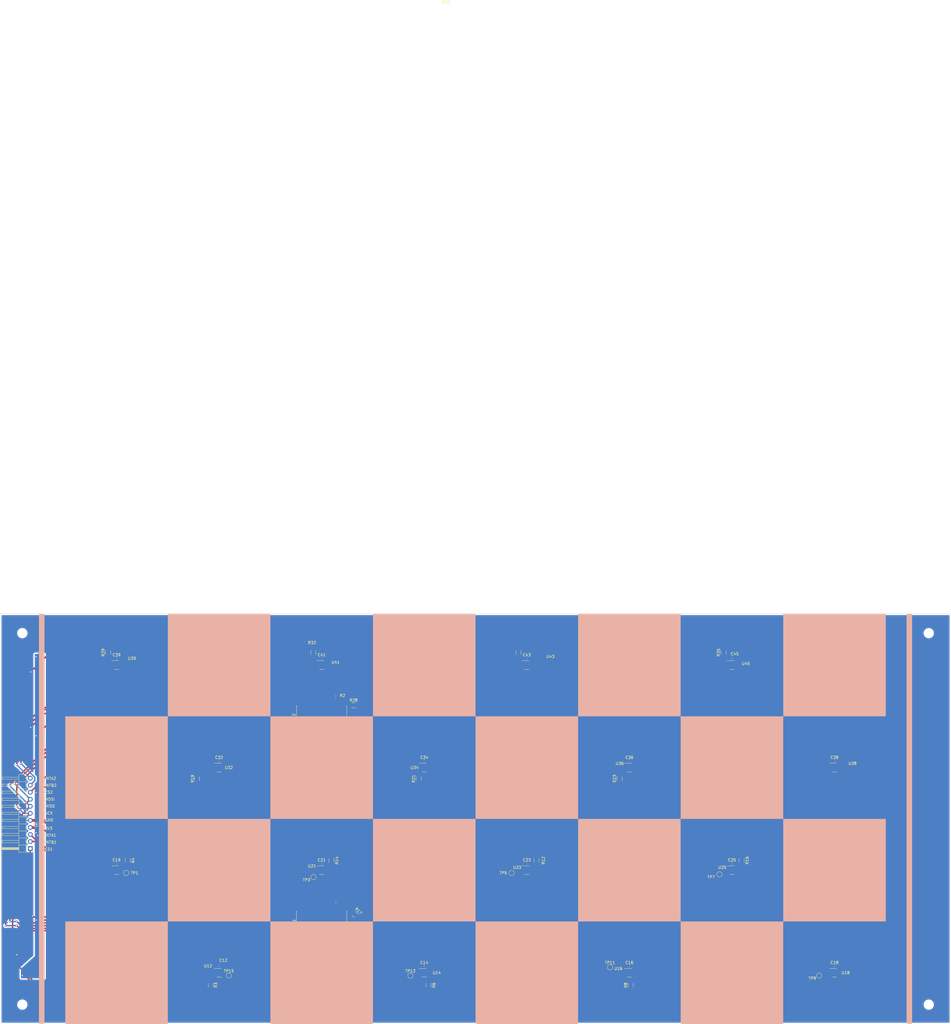
<source format=kicad_pcb>
(kicad_pcb (version 20221018) (generator pcbnew)
  (layers (0 "F.Cu" signal) (31 "B.Cu" power) (34 "B.Paste" user) (35 "F.Paste" user) (36 "B.SilkS" user "B.Silkscreen") (37 "F.SilkS" user "F.Silkscreen") (38 "B.Mask" user) (39 "F.Mask" user) (44 "Edge.Cuts" user))
  (net 0 "")
  (net 1 "+3.3V")
  (net 2 "Net-(U1-~{RESET})")
  (net 3 "GND")
  (net 4 "/SCK")
  (net 5 "/MISO")
  (net 6 "/MOSI")
  (net 7 "U1B0")
  (net 8 "U1B1")
  (net 9 "U1B2")
  (net 10 "U1B3")
  (net 11 "U1B4")
  (net 12 "U1B5")
  (net 13 "U1B6")
  (net 14 "U1B7")
  (net 15 "U2B0")
  (net 16 "U2B1")
  (net 17 "U2B2")
  (net 18 "U2B3")
  (net 19 "U2B4")
  (net 20 "U2B5")
  (net 21 "U2B6")
  (net 22 "U2B7")
  (net 23 "U2A0")
  (net 24 "U2A1")
  (net 25 "U2A2")
  (net 26 "U2A3")
  (net 27 "U2A4")
  (net 28 "U2A5")
  (net 29 "U2A6")
  (net 30 "U2A7")
  (net 31 "U1A0")
  (net 32 "U1A1")
  (net 33 "U1A2")
  (net 34 "U1A3")
  (net 35 "U1A4")
  (net 36 "U1A5")
  (net 37 "U1A6")
  (net 38 "U1A7")
  (net 39 "Net-(U2-~{RESET})")
  (net 40 "/INTA2")
  (net 41 "/INTB2")
  (net 42 "/CS2")
  (net 43 "/INTA1")
  (net 44 "/INTB1")
  (net 45 "/CS1")
  (footprint "Resistor_SMD:R_0402_1005Metric_Pad0.72x0.64mm_HandSolder" (layer "F.Cu") (at 161.0975 160 180)
    (fp_text reference "R1" hide)
    (fp_text value "10k")
  )
  (footprint "Capacitor_SMD:C_0402_1005Metric_Pad0.74x0.62mm_HandSolder" (layer "F.Cu") (at 156 183)
    (fp_text reference "C13")
    (fp_text value "100nF" hide)
  )
  (footprint "Resistor_SMD:R_1206_3216Metric" (layer "F.Cu") (at 231.5 189.9625 90)
    (fp_text reference "R7")
    (fp_text value "R")
  )
  (footprint "Capacitor_SMD:C_0402_1005Metric_Pad0.74x0.62mm_HandSolder" (layer "F.Cu") (at 193 109)
    (fp_text reference "C34")
    (fp_text value "100nF")
  )
  (footprint "Package_TO_SOT_SMD:SOT-23-3" (layer "F.Cu") (at 230 111.5)
    (fp_text reference "U35")
    (fp_text value "TMAG4231")
  )
  (footprint "Capacitor_SMD:C_0402_1005Metric_Pad0.74x0.62mm_HandSolder" (layer "F.Cu") (at 229.9325 109)
    (fp_text reference "C35")
    (fp_text value "100nF")
  )
  (footprint "Capacitor_SMD:C_0402_1005Metric_Pad0.74x0.62mm_HandSolder" (layer "F.Cu") (at 119 146)
    (fp_text reference "C20")
    (fp_text value "100nF")
  )
  (footprint "Capacitor_SMD:C_0402_1005Metric_Pad0.74x0.62mm_HandSolder" (layer "F.Cu") (at 341 146)
    (fp_text reference "C26")
    (fp_text value "100nF")
  )
  (footprint "Capacitor_SMD:C_0402_1005Metric_Pad0.74x0.62mm_HandSolder" (layer "F.Cu") (at 193 146)
    (fp_text reference "C22")
    (fp_text value "100nF")
  )
  (footprint "Capacitor_SMD:C_0402_1005Metric_Pad0.74x0.62mm_HandSolder" (layer "F.Cu") (at 304 146)
    (fp_text reference "C25")
    (fp_text value "100nF")
  )
  (footprint "Package_TO_SOT_SMD:SOT-23-3" (layer "F.Cu") (at 230 148.5)
    (fp_text reference "U23")
    (fp_text value "TMAG4231")
  )
  (footprint "Capacitor_SMD:C_0402_1005Metric_Pad0.74x0.62mm_HandSolder" (layer "F.Cu") (at 230 72)
    (fp_text reference "C43")
    (fp_text value "100nF")
  )
  (footprint "TestPoint:TestPoint_Pad_D1.5mm" (layer "F.Cu") (at 188 186.5)
    (fp_text reference "TP13")
    (fp_text value "TestPoint")
  )
  (footprint "Resistor_SMD:R_0402_1005Metric_Pad0.72x0.64mm_HandSolder" (layer "F.Cu") (at 161 86 180)
    (fp_text reference "R2")
    (fp_text value "10k")
  )
  (footprint "Resistor_SMD:R_1206_3216Metric" (layer "F.Cu") (at 154.5 115.5 90)
    (fp_text reference "R20")
    (fp_text value "R")
  )
  (footprint "Capacitor_SMD:C_0402_1005Metric_Pad0.74x0.62mm_HandSolder" (layer "F.Cu") (at 82 183)
    (fp_text reference "C11")
    (fp_text value "100nF" hide)
  )
  (footprint "Capacitor_SMD:C_1206_3216Metric_Pad1.33x1.80mm_HandSolder" (layer "F.Cu") (at 54.5 132.0625 90)
    (fp_text reference "C1")
    (fp_text value "10uF")
  )
  (footprint "Resistor_SMD:R_1206_3216Metric" (layer "F.Cu") (at 304.5 190 90)
    (fp_text reference "R10")
    (fp_text value "R")
  )
  (footprint "Package_TO_SOT_SMD:SOT-23-3" (layer "F.Cu") (at 267 148.5)
    (fp_text reference "U24")
    (fp_text value "TMAG4231")
  )
  (footprint "Package_TO_SOT_SMD:SOT-23-3" (layer "F.Cu") (at 341 111.5)
    (fp_text reference "U38")
    (fp_text value "TMAG4231")
  )
  (footprint "TestPoint:TestPoint_Pad_D1.5mm" (layer "F.Cu") (at 223 186.5)
    (fp_text reference "TP12")
    (fp_text value "TestPoint")
  )
  (footprint "Resistor_SMD:R_1206_3216Metric" (layer "F.Cu") (at 267.5 190 90)
    (fp_text reference "R8")
    (fp_text value "R")
  )
  (footprint "Resistor_SMD:R_1206_3216Metric" (layer "F.Cu") (at 196.5 145 90)
    (fp_text reference "R13")
    (fp_text value "R")
  )
  (footprint "Capacitor_SMD:C_0402_1005Metric_Pad0.74x0.62mm_HandSolder" (layer "F.Cu") (at 341 183)
    (fp_text reference "C18")
    (fp_text value "100nF")
  )
  (footprint "Capacitor_SMD:C_0402_1005Metric_Pad0.74x0.62mm_HandSolder" (layer "F.Cu") (at 267 183)
    (fp_text reference "C16")
    (fp_text value "100nF" hide)
  )
  (footprint "Resistor_SMD:R_1206_3216Metric" (layer "F.Cu") (at 227 69.9625 90)
    (fp_text reference "R33")
    (fp_text value "R")
  )
  (footprint "Resistor_SMD:R_1206_3216Metric" (layer "F.Cu") (at 263.5 115.4625 90)
    (fp_text reference "R23")
    (fp_text value "R")
  )
  (footprint "Capacitor_SMD:C_0402_1005Metric_Pad0.74x0.62mm_HandSolder" (layer "F.Cu") (at 230 146)
    (fp_text reference "C23")
    (fp_text value "100nF")
  )
  (footprint "Package_SO:SOIC-28W_7.5x17.9mm_P1.27mm" (layer "F.Cu") (at 156 167.15 90)
    (fp_text reference "U1")
    (fp_text value "MCP23S17_SO")
  )
  (footprint "Package_TO_SOT_SMD:SOT-23-3" (layer "F.Cu") (at 156 74.5)
    (fp_text reference "U41")
    (fp_text value "TMAG4231")
  )
  (footprint "Resistor_SMD:R_1206_3216Metric" (layer "F.Cu") (at 300.5 115.5 90)
    (fp_text reference "R24")
    (fp_text value "R")
  )
  (footprint "Package_TO_SOT_SMD:SOT-23-3" (layer "F.Cu") (at 267 74.5)
    (fp_text reference "U44")
    (fp_text value "TMAG4231")
  )
  (footprint "TestPoint:TestPoint_Pad_D1.5mm" (layer "F.Cu") (at 153 151)
    (fp_text reference "TP3")
    (fp_text value "TestPoint")
  )
  (footprint "Package_TO_SOT_SMD:SOT-23-3" (layer "F.Cu") (at 267 111.5)
    (fp_text reference "U36")
    (fp_text value "TMAG4231")
  )
  (footprint "Capacitor_SMD:C_0402_1005Metric_Pad0.74x0.62mm_HandSolder" (layer "F.Cu") (at 230 183)
    (fp_text reference "C15")
    (fp_text value "100nF" hide)
  )
  (footprint "Resistor_SMD:R_1206_3216Metric" (layer "F.Cu") (at 157.5 189.9625 90)
    (fp_text reference "R5")
    (fp_text value "R")
  )
  (footprint "Package_SO:SOIC-28W_7.5x17.9mm_P1.27mm" (layer "F.Cu") (at 156 93 90)
    (fp_text reference "U2")
    (fp_text value "MCP23S17_SO")
  )
  (footprint "TestPoint:TestPoint_Pad_D1.5mm" (layer "F.Cu") (at 186.5 149.5)
    (fp_text reference "TP4")
    (fp_text value "TestPoint")
  )
  (footprint "Package_TO_SOT_SMD:SOT-23-3" (layer "F.Cu") (at 156 185.5)
    (fp_text reference "U13")
    (fp_text value "TMAG4231" hide)
  )
  (footprint "Resistor_SMD:R_1206_3216Metric" (layer "F.Cu") (at 79 70 90)
    (fp_text reference "R29")
    (fp_text value "R")
  )
  (footprint "Capacitor_SMD:C_0402_1005Metric_Pad0.74x0.62mm_HandSolder" (layer "F.Cu") (at 156 72)
    (fp_text reference "C41")
    (fp_text value "100nF")
  )
  (footprint "TestPoint:TestPoint_Pad_D1.5mm" (layer "F.Cu") (at 297.5 186.5)
    (fp_text reference "TP10")
    (fp_text value "TestPoint")
  )
  (footprint "Capacitor_SMD:C_0402_1005Metric_Pad0.74x0.62mm_HandSolder" (layer "F.Cu") (at 82 146)
    (fp_text reference "C19")
    (fp_text value "100nF")
  )
  (footprint "Package_TO_SOT_SMD:SOT-23-3" (layer "F.Cu") (at 119 185.5)
    (fp_text reference "U12")
    (fp_text value "TMAG4231" hide)
  )
  (footprint "MountingHole:MountingHole_3.2mm_M3_ISO7380" (layer "F.Cu") (at 48 197)
    (fp_text reference "H2" hide)
    (fp_text value "MountingHole")
  )
  (footprint "Resistor_SMD:R_1206_3216Metric" (layer "F.Cu") (at 68.5 118.5 180)
    (fp_text reference "R18")
    (fp_text value "R")
  )
  (footprint "Capacitor_SMD:C_0402_1005Metric_Pad0.74x0.62mm_HandSolder" (layer "F.Cu") (at 341 109)
    (fp_text reference "C38")
    (fp_text value "100nF")
  )
  (footprint "Capacitor_SMD:C_0402_1005Metric_Pad0.74x0.62mm_HandSolder" (layer "F.Cu") (at 156 146)
    (fp_text reference "C21")
    (fp_text value "100nF")
  )
  (footprint "Capacitor_SMD:C_0402_1005Metric_Pad0.74x0.62mm_HandSolder" (layer "F.Cu") (at 304.0675 109)
    (fp_text reference "C37")
    (fp_text value "100nF")
  )
  (footprint "Resistor_SMD:R_1206_3216Metric" (layer "F.Cu") (at 167.5 89)
    (fp_text reference "R28")
    (fp_text value "R" hide)
  )
  (footprint "Capacitor_SMD:C_0402_1005Metric_Pad0.74x0.62mm_HandSolder" (layer "F.Cu") (at 119 109)
    (fp_text reference "C32")
    (fp_text value "100nF")
  )
  (footprint "Package_TO_SOT_SMD:SOT-23-3" (layer "F.Cu") (at 193 185.5)
    (fp_text reference "U14")
    (fp_text value "TMAG4231" hide)
  )
  (footprint "TestPoint:TestPoint_Pad_D1.5mm" (layer "F.Cu") (at 122.5 186.5)
    (fp_text reference "TP15")
    (fp_text value "TestPoint")
  )
  (footprint "Resistor_SMD:R_1206_3216Metric" (layer "F.Cu") (at 153 69.9625 90)
    (fp_text reference "R32")
    (fp_text value "R")
  )
  (footprint "Capacitor_SMD:C_0402_1005Metric_Pad0.74x0.62mm_HandSolder" (layer "F.Cu") (at 341 72)
    (fp_text reference "C46")
    (fp_text value "100nF")
  )
  (footprint "Capacitor_SMD:C_0402_1005Metric_Pad0.74x0.62mm_HandSolder" (layer "F.Cu") (at 119 183)
    (fp_text reference "C12")
    (fp_text value "100nF" hide)
  )
  (footprint "Resistor_SMD:R_1206_3216Metric" (layer "F.Cu") (at 159.5 145 90)
    (fp_text reference "R14")
    (fp_text value "R")
  )
  (footprint "TestPoint:TestPoint_Pad_D1.5mm" (layer "F.Cu") (at 260 183.5)
    (fp_text reference "TP11")
    (fp_text value "TestPoint")
  )
  (footprint "Resistor_SMD:R_1206_3216Metric" (layer "F.Cu") (at 167.965856 164.5 -45)
    (fp_text reference "R17")
    (fp_text value "R")
  )
  (footprint "Capacitor_SMD:C_0402_1005Metric_Pad0.74x0.62mm_HandSolder" (layer "F.Cu") (at 82.0675 109)
    (fp_text reference "C31")
    (fp_text value "100nF")
  )
  (footprint "Package_TO_SOT_SMD:SOT-23-3" (layer "F.Cu") (at 119.1375 148.55)
    (fp_text reference "U20")
    (fp_text value "TMAG4231")
  )
  (footprint "Resistor_SMD:R_1206_3216Metric" (layer "F.Cu") (at 116 70 90)
    (fp_text reference "R30")
    (fp_text value "R")
  )
  (footprint "Package_TO_SOT_SMD:SOT-23-3" (layer "F.Cu") (at 230 74.5)
    (fp_text reference "U43")
    (fp_text value "TMAG4231")
  )
  (footprint "Package_TO_SOT_SMD:SOT-23-3" (layer "F.Cu") (at 304 74.5)
    (fp_text reference "U45")
    (fp_text value "TMAG4231")
  )
  (footprint "Capacitor_SMD:C_0402_1005Metric_Pad0.74x0.62mm_HandSolder" (layer "F.Cu") (at 82 72)
    (fp_text reference "C39")
    (fp_text value "100nF")
  )
  (footprint "Resistor_SMD:R_1206_3216Metric" (layer "F.Cu") (at 264 70.0375 90)
    (fp_text reference "R34")
    (fp_text value "R")
  )
  (footprint "TestPoint:TestPoint_Pad_D1.5mm" (layer "F.Cu") (at 335.5 186.5)
    (fp_text reference "TP9")
    (fp_text value "TestPoint")
  )
  (footprint "TestPoint:TestPoint_Pad_D1.5mm" (layer "F.Cu") (at 122.5 151)
    (fp_text reference "TP2")
    (fp_text value "TestPoint")
  )
  (footprint "Resistor_SMD:R_1206_3216Metric" (layer "F.Cu") (at 111 115.5 90)
    (fp_text reference "R19")
    (fp_text value "R")
  )
  (footprint "Resistor_SMD:R_1206_3216Metric" (layer "F.Cu") (at 233.5 144.9625 90)
    (fp_text reference "R12")
    (fp_text value "R")
  )
  (footprint "Resistor_SMD:R_1206_3216Metric" (layer "F.Cu") (at 191 115.5 90)
    (fp_text reference "R21")
    (fp_text value "R")
  )
  (footprint "Package_TO_SOT_SMD:SOT-23-3" (layer "F.Cu") (at 193 74.5)
    (fp_text reference "U42")
    (fp_text value "TMAG4231")
  )
  (footprint "Capacitor_SMD:C_0402_1005Metric_Pad0.74x0.62mm_HandSolder" (layer "F.Cu") (at 267 109)
    (fp_text reference "C36")
    (fp_text value "100nF")
  )
  (footprint "Package_TO_SOT_SMD:SOT-23-3" (layer "F.Cu") (at 193 148.5)
    (fp_text reference "U22")
    (fp_text value "TMAG4231")
  )
  (footprint "Resistor_SMD:R_1206_3216Metric" (layer "F.Cu") (at 86 144.9625 90)
    (fp_text reference "R4")
    (fp_text value "R")
  )
  (footprint "Resistor_SMD:R_1206_3216Metric" (layer "F.Cu") (at 307.5 144.9625 90)
    (fp_text reference "R16")
    (fp_text value "R")
  )
  (footprint "Resistor_SMD:R_1206_3216Metric" (layer "F.Cu") (at 116 189.9625 -90)
    (fp_text reference "R3")
    (fp_text value "R")
  )
  (footprint "Package_TO_SOT_SMD:SOT-23-3" (layer "F.Cu") (at 341 74.5)
    (fp_text reference "U46")
    (fp_text value "TMAG4231")
  )
  (footprint "TestPoint:TestPoint_Pad_D1.5mm" (layer "F.Cu") (at 85.5 186.5)
    (fp_text reference "TP16")
    (fp_text value "TestPoint")
  )
  (footprint "Capacitor_SMD:C_0402_1005Metric_Pad0.74x0.62mm_HandSolder" (layer "F.Cu") (at 304 72)
    (fp_text reference "C45")
    (fp_text value "100nF")
  )
  (footprint "Capacitor_SMD:C_0402_1005Metric_Pad0.74x0.62mm_HandSolder" (layer "F.Cu") (at 267 72)
    (fp_text reference "C44")
    (fp_text value "100nF")
  )
  (footprint "Capacitor_SMD:C_0402_1005Metric_Pad0.74x0.62mm_HandSolder" (layer "F.Cu") (at 267 146)
    (fp_text reference "C24")
    (fp_text value "100nF")
  )
  (footprint "Resistor_SMD:R_1206_3216Metric" (layer "F.Cu") (at 78 190 90)
    (fp_text reference "R9")
    (fp_text value "R")
  )
  (footprint "Capacitor_SMD:C_0402_1005Metric_Pad0.74x0.62mm_HandSolder" (layer "F.Cu") (at 119 72.5)
    (fp_text reference "C40")
    (fp_text value "100nF")
  )
  (footprint "Capacitor_SMD:C_0402_1005Metric_Pad0.74x0.62mm_HandSolder" (layer "F.Cu") (at 193 183)
    (fp_text reference "C14")
    (fp_text value "100nF" hide)
  )
  (footprint "TestPoint:TestPoint_Pad_D1.5mm" (layer "F.Cu") (at 299.5 150)
    (fp_text reference "TP7")
    (fp_text value "TestPoint")
  )
  (footprint "Resistor_SMD:R_1206_3216Metric" (layer "F.Cu") (at 226.5 115.4625 90)
    (fp_text reference "R22")
    (fp_text value "R")
  )
  (footprint "Package_TO_SOT_SMD:SOT-23-3" (layer "F.Cu") (at 82 185.5)
    (fp_text reference "U11")
    (fp_text value "TMAG4231" hide)
  )
  (footprint "Package_TO_SOT_SMD:SOT-23-3" (layer "F.Cu") (at 267 185.5)
    (fp_text reference "U16")
    (fp_text value "TMAG4231" hide)
  )
  (footprint "Capacitor_SMD:C_0402_1005Metric_Pad0.74x0.62mm_HandSolder" (layer "F.Cu") (at 304 183)
    (fp_text reference "C17")
    (fp_text value "100nF" hide)
  )
  (footprint "TestPoint:TestPoint_Pad_D1.5mm" (layer "F.Cu") (at 85.5 149.5)
    (fp_text reference "TP1")
    (fp_text value "TestPoint")
  )
  (footprint "MountingHole:MountingHole_3.2mm_M3_ISO7380" (layer "F.Cu") (at 375 197)
    (fp_text reference "H4" hide)
    (fp_text value "MountingHole")
  )
  (footprint "Package_TO_SOT_SMD:SOT-23-3" (layer "F.Cu") (at 304 148.5)
    (fp_text reference "U25")
    (fp_text value "TMAG4231")
  )
  (footprint "Package_TO_SOT_SMD:SOT-23-3" (layer "F.Cu") (at 82 148.5)
    (fp_text reference "U19" hide)
    (fp_text value "TMAG4231")
  )
  (footprint "Package_TO_SOT_SMD:SOT-23-3" (layer "F.Cu") (at 230 185.5)
    (fp_text reference "U15")
    (fp_text value "TMAG4231" hide)
  )
  (footprint "MountingHole:MountingHole_3.2mm_M3_ISO7380" (layer "F.Cu") (at 48 63)
    (fp_text reference "H1" hide)
    (fp_text value "MountingHole")
  )
  (footprint "Package_TO_SOT_SMD:SOT-23-3" (layer "F.Cu") (at 156 148.5)
    (fp_text reference "U21")
    (fp_text value "TMAG4231")
  )
  (footprint "MountingHole:MountingHole_3.2mm_M3_ISO7380" (layer "F.Cu") (at 375 63)
    (fp_text reference "H3" hide)
    (fp_text value "MountingHole")
  )
  (footprint "Package_TO_SOT_SMD:SOT-23-3" (layer "F.Cu") (at 82 111.5)
    (fp_text reference "U31")
    (fp_text value "TMAG4231")
  )
  (footprint "TestPoint:TestPoint_Pad_D1.5mm" (layer "F.Cu") (at 337.5 151.5)
    (fp_text reference "TP8")
    (fp_text value "TestPoint")
  )
  (footprint "TestPoint:TestPoint_Pad_D1.5mm" (layer "F.Cu") (at 224.5 149.5)
    (fp_text reference "TP5")
    (fp_text value "TestPoint")
  )
  (footprint "Resistor_SMD:R_1206_3216Metric" (layer "F.Cu") (at 122.5 145.0375 90)
    (fp_text reference "R15")
    (fp_text value "R")
  )
  (footprint "Package_TO_SOT_SMD:SOT-23-3" (layer "F.Cu") (at 193 111.5)
    (fp_text reference "U34")
    (fp_text value "TMAG4231")
  )
  (footprint "Resistor_SMD:R_1206_3216Metric" (layer "F.Cu") (at 270.5 144.9625 90)
    (fp_text reference "R11")
    (fp_text value "R")
  )
  (footprint "Resistor_SMD:R_1206_3216Metric" (layer "F.Cu") (at 189 70 90)
    (fp_text reference "R31")
    (fp_text value "R")
  )
  (footprint "Package_TO_SOT_SMD:SOT-23-3" (layer "F.Cu") (at 119.1375 74.95)
    (fp_text reference "U40")
    (fp_text value "TMAG4231")
  )
  (footprint "TestPoint:TestPoint_Pad_D1.5mm" (layer "F.Cu") (at 152.5 184)
    (fp_text reference "TP14")
    (fp_text value "TestPoint")
  )
  (footprint "Connector_PinHeader_2.54mm:PinHeader_1x11_P2.54mm_Horizontal" (layer "F.Cu") (at 50.875 140.7 180)
    (fp_text reference "J1" hide)
    (fp_text value "Conn_01x11_Pin")
  )
  (footprint "Package_TO_SOT_SMD:SOT-23-3" (layer "F.Cu") (at 304 185.5)
    (fp_text reference "U17")
    (fp_text value "TMAG4231")
  )
  (footprint "TestPoint:TestPoint_Pad_D1.5mm" (layer "F.Cu") (at 264 151)
    (fp_text reference "TP6")
    (fp_text value "TestPoint")
  )
  (footprint "Package_TO_SOT_SMD:SOT-23-3" (layer "F.Cu") (at 156 111.5)
    (fp_text reference "U33")
    (fp_text value "TMAG4231")
  )
  (footprint "Package_TO_SOT_SMD:SOT-23-3" (layer "F.Cu") (at 82 74.5)
    (fp_text reference "U39")
    (fp_text value "TMAG4231")
  )
  (footprint "Resistor_SMD:R_1206_3216Metric" (layer "F.Cu") (at 194.5 189.9625 90)
    (fp_text reference "R6")
    (fp_text value "R")
  )
  (footprint "Capacitor_SMD:C_0402_1005Metric_Pad0.74x0.62mm_HandSolder" (layer "F.Cu") (at 193 72)
    (fp_text reference "C42")
    (fp_text value "100nF")
  )
  (footprint "Package_TO_SOT_SMD:SOT-23-3" (layer "F.Cu") (at 119 111.5)
    (fp_text reference "U32")
    (fp_text value "TMAG4231")
  )
  (footprint "Package_TO_SOT_SMD:SOT-23-3" (layer "F.Cu") (at 304 111.5)
    (fp_text reference "U37")
    (fp_text value "TMAG4231")
  )
  (footprint "Resistor_SMD:R_1206_3216Metric" (layer "F.Cu") (at 301 70 90)
    (fp_text reference "R35")
    (fp_text value "R")
  )
  (footprint "Package_TO_SOT_SMD:SOT-23-3" (layer "F.Cu") (at 341 185.5)
    (fp_text reference "U18")
    (fp_text value "TMAG4231" hide)
  )
  (footprint "Package_TO_SOT_SMD:SOT-23-3" (layer "F.Cu") (at 341 148.5)
    (fp_text reference "U26")
    (fp_text value "TMAG4231")
  )
  (footprint "Capacitor_SMD:C_0402_1005Metric_Pad0.74x0.62mm_HandSolder" (layer "F.Cu") (at 156 109)
    (fp_text reference "C33")
    (fp_text value "100nF")
  )
  (gr_rect (start 100.5 56) (end 137.5 93) (fill solid) (layer "B.SilkS"))
  (gr_rect (start 137.5 167) (end 174.5 204) (fill solid) (layer "B.SilkS"))
  (gr_rect (start 367 56.1) (end 369 203.9) (fill solid) (layer "B.SilkS"))
  (gr_rect (start 322.5 56) (end 359.5 93) (fill solid) (layer "B.SilkS"))
  (gr_rect (start 54 56.1) (end 56 203.9) (fill solid) (layer "B.SilkS"))
  (gr_rect (start 100.5 130) (end 137.5 167) (fill solid) (layer "B.SilkS"))
  (gr_rect (start 174.5 130) (end 211.5 167) (fill solid) (layer "B.SilkS"))
  (gr_rect (start 285.5 93) (end 322.5 130) (fill solid) (layer "B.SilkS"))
  (gr_rect (start 248.5 130) (end 285.5 167) (fill solid) (layer "B.SilkS"))
  (gr_rect (start 248.5 56) (end 285.5 93) (fill solid) (layer "B.SilkS"))
  (gr_rect (start 285.5 167) (end 322.5 204) (fill solid) (layer "B.SilkS"))
  (gr_rect (start 63.5 93) (end 100.5 130) (fill solid) (layer "B.SilkS"))
  (gr_rect (start 174.5 56) (end 211.5 93) (fill solid) (layer "B.SilkS"))
  (gr_rect (start 63.5 167) (end 100.5 204) (fill solid) (layer "B.SilkS"))
  (gr_rect (start 322.5 130) (end 359.5 167) (fill solid) (layer "B.SilkS"))
  (gr_rect (start 211.5 167) (end 248.5 204) (fill solid) (layer "B.SilkS"))
  (gr_rect (start 137.5 93) (end 174.5 130) (fill solid) (layer "B.SilkS"))
  (gr_rect (start 211.5 93) (end 248.5 130) (fill solid) (layer "B.SilkS"))
  (gr_circle (center 146.1 171.5) (end 146.807107 171.5) (fill solid) (layer "F.SilkS"))
  (gr_circle (center 145.9 97.492893) (end 146.607107 97.492893) (fill solid) (layer "F.SilkS"))
  (gr_line locked (start 383 204) (end 383 56) (stroke (width 0.1)) (layer "Edge.Cuts"))
  (gr_line locked (start 40 56) (end 40 204) (stroke (width 0.1)) (layer "Edge.Cuts"))
  (gr_line locked (start 40 204) (end 383 204) (stroke (width 0.1)) (layer "Edge.Cuts"))
  (gr_line locked (start 383 56) (end 40 56) (stroke (width 0.1)) (layer "Edge.Cuts"))
  (gr_text "CS2" (at 56 121) (layer "F.SilkS") (effects (font (size 1 1)) (justify left bottom)))
  (gr_text "GND\n" (at 56 131) (layer "F.SilkS") (effects (font (size 1 1)) (justify left bottom)))
  (gr_text "SCK" (at 56 128.5) (layer "F.SilkS") (effects (font (size 1 1)) (justify left bottom)))
  (gr_text "INTB2" (at 56 118.5) (layer "F.SilkS") (effects (font (size 1 1)) (justify left bottom)))
  (gr_text "3V3" (at 56 134) (layer "F.SilkS") (effects (font (size 1 1)) (justify left bottom)))
  (gr_text "INTA1\n" (at 56 136.5) (layer "F.SilkS") (effects (font (size 1 1)) (justify left bottom)))
  (gr_text "INTA2" (at 56 116) (layer "F.SilkS") (effects (font (size 1 1)) (justify left bottom)))
  (gr_text "MISO" (at 56 126) (layer "F.SilkS") (effects (font (size 1 1)) (justify left bottom)))
  (gr_text "MOSI" (at 56 123.5) (layer "F.SilkS") (effects (font (size 1 1)) (justify left bottom)))
  (gr_text "CS1" (at 56 141.5) (layer "F.SilkS") (effects (font (size 1 1)) (justify left bottom)))
  (gr_text "INTB1" (at 56 139) (layer "F.SilkS") (effects (font (size 1 1)) (justify left bottom)))
  (segment locked (start 340.4325 183.98) (end 339.8625 184.55) (width 0.5) (layer "F.Cu") (net 1))
  (segment locked (start 80.8625 146.57) (end 81.4325 146) (width 0.5) (layer "F.Cu") (net 1))
  (segment locked (start 265.8625 183.57) (end 266.4325 183) (width 0.5) (layer "F.Cu") (net 1))
  (segment locked (start 157.905 97.65) (end 157.905 98.674999) (width 0.5) (layer "F.Cu") (net 1))
  (segment locked (start 227 68.5) (end 263.925 68.5) (width 0.5) (layer "F.Cu") (net 1))
  (segment locked (start 60 93) (end 165 93) (width 0.5) (layer "F.Cu") (net 1))
  (segment locked (start 192.975 111.6625) (end 192.975 113.525) (width 0.5) (layer "F.Cu") (net 1))
  (segment locked (start 191 116.9625) (end 226.4625 116.9625) (width 0.5) (layer "F.Cu") (net 1))
  (segment locked (start 116.0375 68.5) (end 116 68.5375) (width 0.5) (layer "F.Cu") (net 1))
  (segment locked (start 302.895 71.4625) (end 303.4325 72) (width 0.5) (layer "F.Cu") (net 1))
  (segment locked (start 263.925 68.5) (end 264 68.575) (width 0.5) (layer "F.Cu") (net 1))
  (segment locked (start 117.8625 110.55) (end 116.45 110.55) (width 0.5) (layer "F.Cu") (net 1))
  (segment locked (start 265.8625 184.55) (end 265.8625 183.57) (width 0.5) (layer "F.Cu") (net 1))
  (segment locked (start 192.4325 145.4325) (end 192 145) (width 0.5) (layer "F.Cu") (net 1))
  (segment locked (start 228.8625 146.57) (end 229.4325 146) (width 0.5) (layer "F.Cu") (net 1))
  (segment locked (start 304.5 188.5375) (end 304.5 186.572316) (width 0.5) (layer "F.Cu") (net 1))
  (segment locked (start 342.652684 75.5) (end 341.427684 75.5) (width 0.5) (layer "F.Cu") (net 1))
  (segment locked (start 263.5 116.925) (end 300.4625 116.925) (width 0.5) (layer "F.Cu") (net 1))
  (segment locked (start 118 145) (end 155 145) (width 0.5) (layer "F.Cu") (net 1))
  (segment locked (start 53.955 133.08) (end 54.5 133.625) (width 1) (layer "F.Cu") (net 1))
  (segment locked (start 118.4325 145.4325) (end 118 145) (width 0.5) (layer "F.Cu") (net 1))
  (segment locked (start 302.8625 184.934816) (end 302.8625 184.55) (width 0.5) (layer "F.Cu") (net 1))
  (segment locked (start 155.4325 145.4325) (end 155 145) (width 0.5) (layer "F.Cu") (net 1))
  (segment locked (start 340.0375 116.9625) (end 343.5 113.5) (width 0.5) (layer "F.Cu") (net 1))
  (segment locked (start 116 71.4625) (end 117.395 71.4625) (width 0.5) (layer "F.Cu") (net 1))
  (segment locked (start 339.8625 73.934816) (end 339.8625 73.55) (width 0.5) (layer "F.Cu") (net 1))
  (segment locked (start 80.8625 147.55) (end 80.8625 146.57) (width 0.5) (layer "F.Cu") (net 1))
  (segment locked (start 266.975 113.025) (end 266 114) (width 0.5) (layer "F.Cu") (net 1))
  (segment locked (start 154.8625 72.57) (end 155.4325 72) (width 0.5) (layer "F.Cu") (net 1))
  (segment locked (start 266.4325 72) (end 266.4325 72.98) (width 0.5) (layer "F.Cu") (net 1))
  (segment locked (start 303.5 109) (end 303.5 109.9125) (width 0.5) (layer "F.Cu") (net 1))
  (segment locked (start 192.4625 114.0375) (end 191 114.0375) (width 0.5) (layer "F.Cu") (net 1))
  (segment locked (start 155.975 111.6625) (end 155.975 113.4375) (width 0.5) (layer "F.Cu") (net 1))
  (segment locked (start 154.8625 184.55) (end 156.025 185.7125) (width 0.5) (layer "F.Cu") (net 1))
  (segment locked (start 266 145) (end 303 145) (width 0.5) (layer "F.Cu") (net 1))
  (segment locked (start 118.4325 183) (end 118.4325 183.98) (width 0.5) (layer "F.Cu") (net 1))
  (segment locked (start 229 145) (end 266 145) (width 0.5) (layer "F.Cu") (net 1))
  (segment locked (start 229.4325 145.4325) (end 229 145) (width 0.5) (layer "F.Cu") (net 1))
  (segment locked (start 155 145) (end 192 145) (width 0.5) (layer "F.Cu") (net 1))
  (segment locked (start 81.4325 145.4325) (end 81 145) (width 0.5) (layer "F.Cu") (net 1))
  (segment locked (start 156.025 187.025) (end 157.5 188.5) (width 0.5) (layer "F.Cu") (net 1))
  (segment locked (start 80.8625 184.55) (end 80.200001 184.55) (width 0.5) (layer "F.Cu") (net 1))
  (segment locked (start 53 100) (end 60 93) (width 0.5) (layer "F.Cu") (net 1))
  (segment locked (start 228.8625 184.934816) (end 228.8625 184.55) (width 0.5) (layer "F.Cu") (net 1))
  (segment locked (start 188.9625 68.5) (end 189 68.5375) (width 0.5) (layer "F.Cu") (net 1))
  (segment locked (start 339.8625 72.57) (end 340.4325 72) (width 0.5) (layer "F.Cu") (net 1))
  (segment locked (start 265.8625 146.57) (end 266.4325 146) (width 0.5) (layer "F.Cu") (net 1))
  (segment locked (start 67.0375 118.5) (end 55 118.5) (width 0.5) (layer "F.Cu") (net 1))
  (segment locked (start 81 145) (end 67 145) (width 0.5) (layer "F.Cu") (net 1))
  (segment locked (start 159.55495 175.5) (end 168 175.5) (width 0.5) (layer "F.Cu") (net 1))
  (segment locked (start 55.9625 68.5375) (end 53 71.5) (width 0.5) (layer "F.Cu") (net 1))
  (segment locked (start 192.4325 72) (end 192.4325 72.98) (width 0.5) (layer "F.Cu") (net 1))
  (segment locked (start 303.4325 146) (end 303.4325 145.4325) (width 0.5) (layer "F.Cu") (net 1))
  (segment locked (start 166.5 160) (end 161.695 160) (width 0.5) (layer "F.Cu") (net 1))
  (segment locked (start 339.8625 146.57) (end 340.4325 146) (width 0.5) (layer "F.Cu") (net 1))
  (segment locked (start 229.975 113.025) (end 229 114) (width 0.5) (layer "F.Cu") (net 1))
  (segment locked (start 303.4325 145.4325) (end 303 145) (width 0.5) (layer "F.Cu") (net 1))
  (segment locked (start 55.625 133.625) (end 54.5 133.625) (width 0.5) (layer "F.Cu") (net 1))
  (segment locked (start 192.4325 109) (end 192.4325 109.98) (width 0.5) (layer "F.Cu") (net 1))
  (segment locked (start 157.905 171.8) (end 157.905 173.85005) (width 0.5) (layer "F.Cu") (net 1))
  (segment locked (start 303.975 113.025) (end 302.9625 114.0375) (width 0.5) (layer "F.Cu") (net 1))
  (segment locked (start 302.8625 110.55) (end 303.975 111.6625) (width 0.5) (layer "F.Cu") (net 1))
  (segment locked (start 266.975 185.6625) (end 266.975 188.0125) (width 0.5) (layer "F.Cu") (net 1))
  (segment locked (start 79 68.5375) (end 55.9625 68.5375) (width 0.5) (layer "F.Cu") (net 1))
  (segment locked (start 167.5 90.5) (end 165 93) (width 0.5) (layer "F.Cu") (net 1))
  (segment locked (start 118.4325 72.5) (end 118.4325 73.5675) (width 0.5) (layer "F.Cu") (net 1))
  (segment locked (start 50.875 133.08) (end 53.955 133.08) (width 1) (layer "F.Cu") (net 1))
  (segment locked (start 161.875 86.875) (end 166.875 86.875) (width 0.5) (layer "F.Cu") (net 1))
  (segment locked (start 302.8625 147.55) (end 302.8625 146.57) (width 0.5) (layer "F.Cu") (net 1))
  (segment locked (start 171.5 166) (end 169 163.5) (width 0.5) (layer "F.Cu") (net 1))
  (segment locked (start 154.8625 146.57) (end 155.4325 146) (width 0.5) (layer "F.Cu") (net 1))
  (segment locked (start 80.8625 184.55) (end 80.8625 183.57) (width 0.5) (layer "F.Cu") (net 1))
  (segment locked (start 118.4325 183.98) (end 117.8625 184.55) (width 0.5) (layer "F.Cu") (net 1))
  (segment locked (start 153.575 72) (end 153 71.425) (width 0.5) (layer "F.Cu") (net 1))
  (segment locked (start 116 191.425) (end 157.5 191.425) (width 0.5) (layer "F.Cu") (net 1))
  (segment locked (start 111 116.9625) (end 154.5 116.9625) (width 0.5) (layer "F.Cu") (net 1))
  (segment locked (start 339.40495 68.5375) (end 343.5 72.63255) (width 0.5) (layer "F.Cu") (net 1))
  (segment locked (start 264 68.575) (end 300.9625 68.575) (width 0.5) (layer "F.Cu") (net 1))
  (segment locked (start 155.4325 183) (end 155.4325 183.98) (width 0.5) (layer "F.Cu") (net 1))
  (segment locked (start 191.8625 146.57) (end 192.4325 146) (width 0.5) (layer "F.Cu") (net 1))
  (segment locked (start 169 163.5) (end 169 162.5) (width 0.5) (layer "F.Cu") (net 1))
  (segment locked (start 194.5 187.572316) (end 191.8625 184.934816) (width 0.5) (layer "F.Cu") (net 1))
  (segment locked (start 231.5 187.572316) (end 228.8625 184.934816) (width 0.5) (layer "F.Cu") (net 1))
  (segment locked (start 171.5 172) (end 171.5 166) (width 0.5) (layer "F.Cu") (net 1))
  (segment locked (start 74.1125 110.55) (end 67.0375 117.625) (width 0.5) (layer "F.Cu") (net 1))
  (segment locked (start 228.8625 110.55) (end 229.975 111.6625) (width 0.5) (layer "F.Cu") (net 1))
  (segment locked (start 343.5 113.5) (end 343.5 109.705106) (width 0.5) (layer "F.Cu") (net 1))
  (segment locked (start 343.5 72.63255) (end 343.5 74.652684) (width 0.5) (layer "F.Cu") (net 1))
  (segment locked (start 192 145) (end 229 145) (width 0.5) (layer "F.Cu") (net 1))
  (segment locked (start 229.975 111.6625) (end 229.975 113.025) (width 0.5) (layer "F.Cu") (net 1))
  (segment locked (start 192.4325 146) (end 192.4325 145.4325) (width 0.5) (layer "F.Cu") (net 1))
  (segment locked (start 343.5 181) (end 341.5 181) (width 0.5) (layer "F.Cu") (net 1))
  (segment locked (start 191.8625 110.55) (end 192.975 111.6625) (width 0.5) (layer "F.Cu") (net 1))
  (segment locked (start 67 145) (end 55.625 133.625) (width 0.5) (layer "F.Cu") (net 1))
  (segment locked (start 192.975 113.525) (end 192.4625 114.0375) (width 0.5) (layer "F.Cu") (net 1))
  (segment locked (start 118 147.6) (end 118 146.4325) (width 0.5) (layer "F.Cu") (net 1))
  (segment locked (start 153 68.5) (end 188.9625 68.5) (width 0.5) (layer "F.Cu") (net 1))
  (segment locked (start 302.8625 146.57) (end 303.4325 146) (width 0.5) (layer "F.Cu") (net 1))
  (segment locked (start 303.4325 183.98) (end 302.8625 184.55) (width 0.5) (layer "F.Cu") (net 1))
  (segment locked (start 265.8625 184.55) (end 266.975 185.6625) (width 0.5) (layer "F.Cu") (net 1))
  (segment locked (start 340.4325 183) (end 340.4325 183.98) (width 0.5) (layer "F.Cu") (net 1))
  (segment locked (start 157.905 98.674999) (end 159.730001 100.5) (width 0.5) (layer "F.Cu") (net 1))
  (segment locked (start 112.9625 114.0375) (end 111 114.0375) (width 0.5) (layer "F.Cu") (net 1))
  (segment locked (start 229 114) (end 226.5 114) (width 0.5) (layer "F.Cu") (net 1))
  (segment locked (start 155.4325 72) (end 153.575 72) (width 0.5) (layer "F.Cu") (net 1))
  (segment locked (start 339.8625 110.55) (end 339.8625 109.57) (width 0.5) (layer "F.Cu") (net 1))
  (segment locked (start 81 145) (end 118 145) (width 0.5) (layer "F.Cu") (net 1))
  (segment locked (start 266.975 111.6625) (end 266.975 113.025) (width 0.5) (layer "F.Cu") (net 1))
  (segment locked (start 340.4325 108.907606) (end 340.4325 109) (width 0.5) (layer "F.Cu") (net 1))
  (segment locked (start 266 114) (end 263.5 114) (width 0.5) (layer "F.Cu") (net 1))
  (segment locked (start 342.034894 108.24) (end 341.100106 108.24) (width 0.5) (layer "F.Cu") (net 1))
  (segment locked (start 189 68.5375) (end 226.9625 68.5375) (width 0.5) (layer "F.Cu") (net 1))
  (segment locked (start 300.5 116.9625) (end 340.0375 116.9625) (width 0.5) (layer "F.Cu") (net 1))
  (segment locked (start 266.4325 145.4325) (end 266 145) (width 0.5) (layer "F.Cu") (net 1))
  (segment locked (start 81.4325 146) (end 81.4325 145.4325) (width 0.5) (layer "F.Cu") (net 1))
  (segment locked (start 80.8625 72.57) (end 81.4325 72) (width 0.5) (layer "F.Cu") (net 1))
  (segment locked (start 118.4325 109.98) (end 117.8625 110.55) (width 0.5) (layer "F.Cu") (net 1))
  (segment locked (start 53.93505 191.425) (end 116 191.425) (width 0.5) (layer "F.Cu") (net 1))
  (segment locked (start 339.8625 73.55) (end 339.8625 72.57) (width 0.5) (layer "F.Cu") (net 1))
  (segment locked (start 161.5975 86) (end 161.5975 86.5975) (width 0.5) (layer "F.Cu") (net 1))
  (segment locked (start 191.8625 184.934816) (end 191.8625 184.55) (width 0.5) (layer "F.Cu") (net 1))
  (segment locked (start 159.730001 100.5) (end 167 100.5) (width 0.5) (layer "F.Cu") (net 1))
  (segment locked (start 80.8625 73.55) (end 80.8625 72.57) (width 0.5) (layer "F.Cu") (net 1))
  (segment locked (start 339.4325 145) (end 340.4325 146) (width 0.5) (layer "F.Cu") (net 1))
  (segment locked (start 229.365 109) (end 229.365 110.0475) (width 0.5) (layer "F.Cu") (net 1))
  (segment locked (start 344.5 186) (end 344.5 182) (width 0.5) (layer "F.Cu") (net 1))
  (segment locked (start 156.025 185.7125) (end 156.025 187.025) (width 0.5) (layer "F.Cu") (net 1))
  (segment locked (start 191.8625 147.55) (end 191.8625 146.57) (width 0.5) (layer "F.Cu") (net 1))
  (segment locked (start 78 186.750001) (end 78 188.5375) (width 0.5) (layer "F.Cu") (net 1))
  (segment locked (start 229.4325 183) (end 229.4325 183.98) (width 0.5) (layer "F.Cu") (net 1))
  (segment locked (start 229.4325 72.98) (end 228.8625 73.55) (width 0.5) (layer "F.Cu") (net 1))
  (segment locked (start 169 162.5) (end 166.5 160) (width 0.5) (layer "F.Cu") (net 1))
  (segment locked (start 303.4325 72) (end 303.4325 72.98) (width 0.5) (layer "F.Cu") (net 1))
  (segment locked (start 266.4325 109.98) (end 265.8625 110.55) (width 0.5) (layer "F.Cu") (net 1))
  (segment locked (start 303 145) (end 339.4325 145) (width 0.5) (layer "F.Cu") (net 1))
  (segment locked (start 339.8625 147.55) (end 339.8625 146.57) (width 0.5) (layer "F.Cu") (net 1))
  (segment locked (start 194.5 188.5) (end 194.5 187.572316) (width 0.5) (layer "F.Cu") (net 1))
  (segment locked (start 343.5 109.705106) (end 342.034894 108.24) (width 0.5) (layer "F.Cu") (net 1))
  (segment locked (start 301 71.4625) (end 302.895 71.4625) (width 0.5) (layer "F.Cu") (net 1))
  (segment locked (start 229.365 110.0475) (end 228.8625 110.55) (width 0.5) (layer "F.Cu") (net 1))
  (segment locked (start 80.1075 72.57) (end 80.8625 72.57) (width 0.5) (layer "F.Cu") (net 1))
  (segment locked (start 115.4375 186.312501) (end 115.4375 187.9375) (width 0.5) (layer "F.Cu") (net 1))
  (segment locked (start 339.0375 191.4625) (end 344.5 186) (width 0.5) (layer "F.Cu") (net 1))
  (segment locked (start 266.4325 72.98) (end 265.8625 73.55) (width 0.5) (layer "F.Cu") (net 1))
  (segment locked (start 303.975 111.6625) (end 303.975 113.025) (width 0.5) (layer "F.Cu") (net 1))
  (segment locked (start 192.4325 72) (end 189.5375 72) (width 0.5) (layer "F.Cu") (net 1))
  (segment locked (start 266.975 188.0125) (end 267.5 188.5375) (width 0.5) (layer "F.Cu") (net 1))
  (segment locked (start 49.01005 186.5) (end 53.93505 191.425) (width 0.5) (layer "F.Cu") (net 1))
  (segment locked (start 226.4625 116.9625) (end 226.5 116.925) (width 0.5) (layer "F.Cu") (net 1))
  (segment locked (start 344.5 182) (end 343.5 181) (width 0.5) (layer "F.Cu") (net 1))
  (segment locked (start 228.8575 71.425) (end 229.4325 72) (width 0.5) (layer "F.Cu") (net 1))
  (segment locked (start 67.0375 117.625) (end 67.0375 118.5) (width 0.5) (layer "F.Cu") (net 1))
  (segment locked (start 192.4325 72.98) (end 191.8625 73.55) (width 0.5) (layer "F.Cu") (net 1))
  (segment locked (start 167 100.5) (end 171.5 96) (width 0.5) (layer "F.Cu") (net 1))
  (segment locked (start 168 175.5) (end 171.5 172) (width 0.5) (layer "F.Cu") (net 1))
  (segment locked (start 266.4325 146) (end 266.4325 145.4325) (width 0.5) (layer "F.Cu") (net 1))
  (segment locked (start 161.5975 86.5975) (end 161.875 86.875) (width 0.5) (layer "F.Cu") (net 1))
  (segment locked (start 80.200001 184.55) (end 78 186.750001) (width 0.5) (layer "F.Cu") (net 1))
  (segment locked (start 71.5 116.9625) (end 111 116.9625) (width 0.5) (layer "F.Cu") (net 1))
  (segment locked (start 302.9625 114.0375) (end 300.5 114.0375) (width 0.5) (layer "F.Cu") (net 1))
  (segment locked (start 118.4325 109) (end 118.4325 109.98) (width 0.5) (layer "F.Cu") (net 1))
  (segment locked (start 81.5 109) (end 81.5 109.9125) (width 0.5) (layer "F.Cu") (net 1))
  (segment locked (start 154.8625 73.55) (end 154.8625 72.57) (width 0.5) (layer "F.Cu") (net 1))
  (segment locked (start 48 186.5) (end 49.01005 186.5) (width 0.5) (layer "F.Cu") (net 1))
  (segment locked (start 80.8625 183.57) (end 81.4325 183) (width 0.5) (layer "F.Cu") (net 1))
  (segment locked (start 226.9625 68.5375) (end 227 68.5) (width 0.5) (layer "F.Cu") (net 1))
  (segment locked (start 155.4325 109.98) (end 154.8625 110.55) (width 0.5) (layer "F.Cu") (net 1))
  (segment locked (start 154.8625 110.55) (end 155.975 111.6625) (width 0.5) (layer "F.Cu") (net 1))
  (segment locked (start 189.5375 72) (end 189 71.4625) (width 0.5) (layer "F.Cu") (net 1))
  (segment locked (start 157.5 191.425) (end 267.4625 191.425) (width 0.5) (layer "F.Cu") (net 1))
  (segment locked (start 117.200001 184.55) (end 115.4375 186.312501) (width 0.5) (layer "F.Cu") (net 1))
  (segment locked (start 303.4325 72.98) (end 302.8625 73.55) (width 0.5) (layer "F.Cu") (net 1))
  (segment locked (start 228.8625 147.55) (end 228.8625 146.57) (width 0.5) (layer "F.Cu") (net 1))
  (segment locked (start 171.5 87.5) (end 171 87) (width 0.5) (layer "F.Cu") (net 1))
  (segment locked (start 192.4325 183.98) (end 191.8625 184.55) (width 0.5) (layer "F.Cu") (net 1))
  (segment locked (start 166.875 86.875) (end 167.5 87.5) (width 0.5) (layer "F.Cu") (net 1))
  (segment locked (start 167.5 87.5) (end 167.5 90.5) (width 0.5) (layer "F.Cu") (net 1))
  (segment locked (start 79 68.5375) (end 116 68.5375) (width 0.5) (layer "F.Cu") (net 1))
  (segment locked (start 54.5 133.625) (end 54.5 134) (width 0.5) (layer "F.Cu") (net 1))
  (segment locked (start 155.4325 183.98) (end 154.8625 184.55) (width 0.5) (layer "F.Cu") (net 1))
  (segment locked (start 303.5 109.9125) (end 302.8625 110.55) (width 0.5) (layer "F.Cu") (net 1))
  (segment locked (start 267.5 191.4625) (end 339.0375 191.4625) (width 0.5) (layer "F.Cu") (net 1))
  (segment locked (start 339.8625 109.57) (end 340.4325 109) (width 0.5) (layer "F.Cu") (net 1))
  (segment locked (start 340.4325 182.0675) (end 340.4325 183) (width 0.5) (layer "F.Cu") (net 1))
  (segment locked (start 69.9625 118.5) (end 71.5 116.9625) (width 0.5) (layer "F.Cu") (net 1))
  (segment locked (start 117.8625 184.55) (end 117.200001 184.55) (width 0.5) (layer "F.Cu") (net 1))
  (segment locked (start 265.8625 110.55) (end 266.975 111.6625) (width 0.5) (layer "F.Cu") (net 1))
  (segment locked (start 171.5 96) (end 171.5 87.5) (width 0.5) (layer "F.Cu") (net 1))
  (segment locked (start 231.5 188.5) (end 231.5 187.572316) (width 0.5) (layer "F.Cu") (net 1))
  (segment locked (start 154.8625 147.55) (end 154.8625 146.57) (width 0.5) (layer "F.Cu") (net 1))
  (segment locked (start 266.4325 109) (end 266.4325 109.98) (width 0.5) (layer "F.Cu") (net 1))
  (segment locked (start 81.5 109.9125) (end 80.8625 110.55) (width 0.5) (layer "F.Cu") (net 1))
  (segment locked (start 154.5 116.9625) (end 191 116.9625) (width 0.5) (layer "F.Cu") (net 1))
  (segment locked (start 118 146.4325) (end 118.4325 146) (width 0.5) (layer "F.Cu") (net 1))
  (segment locked (start 303.4325 183) (end 303.4325 183.98) (width 0.5) (layer "F.Cu") (net 1))
  (segment locked (start 53 166.5) (end 166 166.5) (width 0.5) (layer "F.Cu") (net 1))
  (segment locked (start 55 118.5) (end 53 120.5) (width 0.5) (layer "F.Cu") (net 1))
  (segment locked (start 343.5 74.652684) (end 342.652684 75.5) (width 0.5) (layer "F.Cu") (net 1))
  (segment locked (start 118.4325 73.5675) (end 118 74) (width 0.5) (layer "F.Cu") (net 1))
  (segment locked (start 116.45 110.55) (end 112.9625 114.0375) (width 0.5) (layer "F.Cu") (net 1))
  (segment locked (start 157.905 173.85005) (end 159.55495 175.5) (width 0.5) (layer "F.Cu") (net 1))
  (segment locked (start 80.8625 110.55) (end 74.1125 110.55) (width 0.5) (layer "F.Cu") (net 1))
  (segment locked (start 229.4325 183.98) (end 228.8625 184.55) (width 0.5) (layer "F.Cu") (net 1))
  (segment locked (start 264 71.5) (end 265.9325 71.5) (width 0.5) (layer "F.Cu") (net 1))
  (segment locked (start 265.8625 147.55) (end 265.8625 146.57) (width 0.5) (layer "F.Cu") (net 1))
  (segment locked (start 192.4325 109.98) (end 191.8625 110.55) (width 0.5) (layer "F.Cu") (net 1))
  (segment locked (start 341.427684 75.5) (end 339.8625 73.934816) (width 0.5) (layer "F.Cu") (net 1))
  (segment locked (start 155.4325 109) (end 155.4325 109.98) (width 0.5) (layer "F.Cu") (net 1))
  (segment locked (start 155.4325 146) (end 155.4325 145.4325) (width 0.5) (layer "F.Cu") (net 1))
  (segment locked (start 226.5 116.925) (end 263.5 116.925) (width 0.5) (layer "F.Cu") (net 1))
  (segment locked (start 265.9325 71.5) (end 266.4325 72) (width 0.5) (layer "F.Cu") (net 1))
  (segment locked (start 171 87) (end 168 87) (width 0.5) (layer "F.Cu") (net 1))
  (segment locked (start 153 68.5) (end 116.0375 68.5) (width 0.5) (layer "F.Cu") (net 1))
  (segment locked (start 227 71.425) (end 228.8575 71.425) (width 0.5) (layer "F.Cu") (net 1))
  (segment locked (start 117.395 71.4625) (end 118.4325 72.5) (width 0.5) (layer "F.Cu") (net 1))
  (segment locked (start 115.4375 187.9375) (end 116 188.5) (width 0.5) (layer "F.Cu") (net 1))
  (segment locked (start 166 166.5) (end 169 163.5) (width 0.5) (layer "F.Cu") (net 1))
  (segment locked (start 304.5 186.572316) (end 302.8625 184.934816) (width 0.5) (layer "F.Cu") (net 1))
  (segment locked (start 229.4325 72) (end 229.4325 72.98) (width 0.5) (layer "F.Cu") (net 1))
  (segment locked (start 155.975 113.4375) (end 155.375 114.0375) (width 0.5) (layer "F.Cu") (net 1))
  (segment locked (start 192.4325 183) (end 192.4325 183.98) (width 0.5) (layer "F.Cu") (net 1))
  (segment locked (start 341.100106 108.24) (end 340.4325 108.907606) (width 0.5) (layer "F.Cu") (net 1))
  (segment locked (start 341.5 181) (end 340.4325 182.0675) (width 0.5) (layer "F.Cu") (net 1))
  (segment locked (start 300.9625 68.575) (end 301 68.5375) (width 0.5) (layer "F.Cu") (net 1))
  (segment locked (start 168 87) (end 167.5 87.5) (width 0.5) (layer "F.Cu") (net 1))
  (segment locked (start 301 68.5375) (end 339.40495 68.5375) (width 0.5) (layer "F.Cu") (net 1))
  (segment locked (start 300.4625 116.925) (end 300.5 116.9625) (width 0.5) (layer "F.Cu") (net 1))
  (segment locked (start 79 71.4625) (end 80.1075 72.57) (width 0.5) (layer "F.Cu") (net 1))
  (segment locked (start 229.4325 146) (end 229.4325 145.4325) (width 0.5) (layer "F.Cu") (net 1))
  (segment locked (start 118.4325 146) (end 118.4325 145.4325) (width 0.5) (layer "F.Cu") (net 1))
  (segment locked (start 155.375 114.0375) (end 154.5 114.0375) (width 0.5) (layer "F.Cu") (net 1))
  (via locked (at 55.5 132) (size 0.8) (drill 0.4) (layers "F.Cu" "B.Cu") (net 1))
  (via locked (at 53 71.5) (size 0.8) (drill 0.4) (layers "F.Cu" "B.Cu") (net 1))
  (via locked (at 53 132) (size 0.8) (drill 0.4) (layers "F.Cu" "B.Cu") (net 1))
  (via locked (at 53 100) (size 0.8) (drill 0.4) (layers "F.Cu" "B.Cu") (net 1))
  (via locked (at 53 166.5) (size 0.8) (drill 0.4) (layers "F.Cu" "B.Cu") (net 1))
  (via locked (at 53 120.5) (size 0.8) (drill 0.4) (layers "F.Cu" "B.Cu") (net 1))
  (via locked (at 53 135) (size 0.8) (drill 0.4) (layers "F.Cu" "B.Cu") (net 1))
  (via locked (at 48 186.5) (size 0.8) (drill 0.4) (layers "F.Cu" "B.Cu") (net 1))
  (via locked (at 53.5 136) (size 0.8) (drill 0.4) (layers "F.Cu" "B.Cu") (net 1))
  (segment locked (start 160.445 162.5) (end 160.445 160.055) (width 0.5) (layer "F.Cu") (net 2))
  (segment locked (start 160.445 160.055) (end 160.5 160) (width 0.5) (layer "F.Cu") (net 2))
  (segment locked (start 339.8775 70) (end 341.5675 71.69) (width 0.5) (layer "F.Cu") (net 3))
  (segment locked (start 193.5675 110.93) (end 194.1375 111.5) (width 0.5) (layer "F.Cu") (net 3))
  (segment locked (start 119.5675 74.2425) (end 120.275 74.95) (width 0.5) (layer "F.Cu") (net 3))
  (segment locked (start 230.9925 146.425) (end 230.5675 146) (width 0.5) (layer "F.Cu") (net 3))
  (segment locked (start 166.931712 163.465856) (end 165.022568 165.375) (width 0.5) (layer "F.Cu") (net 3))
  (segment locked (start 193.5675 183) (end 193.5675 184.93) (width 0.5) (layer "F.Cu") (net 3))
  (segment locked (start 113 115.5) (end 113.5 115.5) (width 0.5) (layer "F.Cu") (net 3))
  (segment locked (start 161.715 163.524999) (end 159.864999 165.375) (width 0.5) (layer "F.Cu") (net 3))
  (segment locked (start 118 70) (end 119.5675 71.5675) (width 0.5) (layer "F.Cu") (net 3))
  (segment locked (start 193.5675 71.69) (end 193.5675 72) (width 0.5) (layer "F.Cu") (net 3))
  (segment locked (start 159.5 189.5) (end 159 190) (width 0.5) (layer "F.Cu") (net 3))
  (segment locked (start 267.5675 183) (end 267.5675 184.93) (width 0.5) (layer "F.Cu") (net 3))
  (segment locked (start 159.5 146.4625) (end 157.03 146.4625) (width 0.5) (layer "F.Cu") (net 3))
  (segment locked (start 191.8775 70) (end 193.5675 71.69) (width 0.5) (layer "F.Cu") (net 3))
  (segment locked (start 159.089999 92) (end 161.715 89.374999) (width 0.5) (layer "F.Cu") (net 3))
  (segment locked (start 304.5675 146) (end 304.5675 147.93) (width 0.5) (layer "F.Cu") (net 3))
  (segment locked (start 302.8775 70) (end 304.5675 71.69) (width 0.5) (layer "F.Cu") (net 3))
  (segment locked (start 193.5675 109) (end 193.5675 110.93) (width 0.5) (layer "F.Cu") (net 3))
  (segment locked (start 170 166.534144) (end 169 165.534144) (width 0.5) (layer "F.Cu") (net 3))
  (segment locked (start 230.5675 147.93) (end 231.1375 148.5) (width 0.5) (layer "F.Cu") (net 3))
  (segment locked (start 194.5 111.8625) (end 194.5 113.5) (width 0.5) (layer "F.Cu") (net 3))
  (segment locked (start 269.5 186.8625) (end 269.5 189) (width 0.5) (layer "F.Cu") (net 3))
  (segment locked (start 233.5 146.425) (end 230.9925 146.425) (width 0.5) (layer "F.Cu") (net 3))
  (segment locked (start 231.1375 185.5) (end 231.1375 183.57) (width 0.5) (layer "F.Cu") (net 3))
  (segment locked (start 160.2 174.7) (end 165.8 174.7) (width 0.5) (layer "F.Cu") (net 3))
  (segment locked (start 267.5675 110.93) (end 268.1375 111.5) (width 0.5) (layer "F.Cu") (net 3))
  (segment locked (start 83.1375 148.5) (end 83.1375 146.57) (width 0.5) (layer "F.Cu") (net 3))
  (segment locked (start 156.5675 110.93) (end 157.1375 111.5) (width 0.5) (layer "F.Cu") (net 3))
  (segment locked (start 304.635 109) (end 304.635 110.9975) (width 0.5) (layer "F.Cu") (net 3))
  (segment locked (start 341.5675 110.93) (end 342.1375 111.5) (width 0.5) (layer "F.Cu") (net 3))
  (segment locked (start 193.5675 73.93) (end 194.1375 74.5) (width 0.5) (layer "F.Cu") (net 3))
  (segment locked (start 82.5675 72) (end 82.5675 73.93) (width 0.5) (layer "F.Cu") (net 3))
  (segment locked (start 164.255 162.5) (end 164.255 164.245) (width 0.5) (layer "F.Cu") (net 3))
  (segment locked (start 230.5675 73.93) (end 231.1375 74.5) (width 0.5) (layer "F.Cu") (net 3))
  (segment locked (start 304.9925 146.425) (end 304.5675 146) (width 0.5) (layer "F.Cu") (net 3))
  (segment locked (start 197 187.5) (end 197 189) (width 0.5) (layer "F.Cu") (net 3))
  (segment locked (start 268.5 115) (end 268 115.5) (width 0.5) (layer "F.Cu") (net 3))
  (segment locked (start 160 99.5) (end 167 99.5) (width 0.5) (layer "F.Cu") (net 3))
  (segment locked (start 230.5 109) (end 230.5 110.8625) (width 0.5) (layer "F.Cu") (net 3))
  (segment locked (start 161.75 165.25) (end 161.625 165.375) (width 0.5) (layer "F.Cu") (net 3))
  (segment locked (start 117.5 188) (end 117.5 190) (width 0.5) (layer "F.Cu") (net 3))
  (segment (start 165.5375 88.5) (end 164.405 88.5) (width 0.5) (layer "F.Cu") (net 3))
  (segment locked (start 341.5675 71.69) (end 341.5675 72) (width 0.5) (layer "F.Cu") (net 3))
  (segment locked (start 161.715 88.35) (end 161.715 89.374999) (width 0.5) (layer "F.Cu") (net 3))
  (segment locked (start 82.5675 72) (end 82.5675 71.69) (width 0.5) (layer "F.Cu") (net 3))
  (segment locked (start 120.275 146.7075) (end 119.5675 146) (width 0.5) (layer "F.Cu") (net 3))
  (segment locked (start 197 189) (end 196 190) (width 0.5) (layer "F.Cu") (net 3))
  (segment locked (start 267.5675 71.69) (end 267.5675 72) (width 0.5) (layer "F.Cu") (net 3))
  (segment locked (start 268.1375 185.5) (end 269.5 186.8625) (width 0.5) (layer "F.Cu") (net 3))
  (segment locked (start 82.5675 184.93) (end 83.1375 185.5) (width 0.5) (layer "F.Cu") (net 3))
  (segment locked (start 229 115.5) (end 266.5 115.5) (width 0.5) (layer "F.Cu") (net 3))
  (segment locked (start 305.1375 74.5) (end 305.1375 72.57) (width 0.5) (layer "F.Cu") (net 3))
  (segment locked (start 119.5675 72.5) (end 119.5675 74.2425) (width 0.5) (layer "F.Cu") (net 3))
  (segment locked (start 165.022568 165.375) (end 163 165.375) (width 0.5) (layer "F.Cu") (net 3))
  (segment locked (start 56 92) (end 159.089999 92) (width 0.5) (layer "F.Cu") (net 3))
  (segment locked (start 341.5675 146) (end 341.5675 147.93) (width 0.5) (layer "F.Cu") (net 3))
  (segment locked (start 302.5 70) (end 339.8775 70) (width 0.5) (layer "F.Cu") (net 3))
  (segment locked (start 265.8775 70) (end 267.5675 71.69) (width 0.5) (layer "F.Cu") (net 3))
  (segment locked (start 304.5675 184.93) (end 305.1375 185.5) (width 0.5) (layer "F.Cu") (net 3))
  (segment locked (start 159 190) (end 158.5 190) (width 0.5) (layer "F.Cu") (net 3))
  (segment locked (start 159.175 97.65) (end 159.175 98.675) (width 0.5) (layer "F.Cu") (net 3))
  (segment locked (start 164.405 88.5) (end 164.255 88.35) (width 0.5) (layer "F.Cu") (net 3))
  (segment locked (start 119.5675 183) (end 119.5675 184.93) (width 0.5) (layer "F.Cu") (net 3))
  (segment locked (start 306.5 186.8625) (end 306.5 189) (width 0.5) (layer "F.Cu") (net 3))
  (segment locked (start 162.985 162.5) (end 162.985 164.015) (width 0.5) (layer "F.Cu") (net 3))
  (segment locked (start 267.5675 71.69) (end 267.5675 73.93) (width 0.5) (layer "F.Cu") (net 3))
  (segment locked (start 158.5 190) (end 196 190) (width 0.5) (layer "F.Cu") (net 3))
  (segment locked (start 195 185.5) (end 197 187.5) (width 0.5) (layer "F.Cu") (net 3))
  (segment locked (start 56 92) (end 51 97) (width 0.5) (layer "F.Cu") (net 3))
  (segment locked (start 233 190) (end 268.5 190) (width 0.5) (layer "F.Cu") (net 3))
  (segment locked (start 267.9925 146.425) (end 267.5675 146) (width 0.5) (layer "F.Cu") (net 3))
  (segment locked (start 68.5 117.5) (end 68.5 120.5) (width 0.5) (layer "F.Cu") (net 3))
  (segment locked (start 79.75 186.047316) (end 79.75 187.25) (width 0.5) (layer "F.Cu") (net 3))
  (segment locked (start 307.5 146.425) (end 304.9925 146.425) (width 0.5) (layer "F.Cu") (net 3))
  (segment locked (start 161.715 162.5) (end 161.715 163.524999) (width 0.5) (layer "F.Cu") (net 3))
  (segment locked (start 337.937499 190) (end 342.1375 185.799999) (width 0.5) (layer "F.Cu") (net 3))
  (segment locked (start 339.159894 143.5) (end 341.5675 145.907606) (width 0.5) (layer "F.Cu") (net 3))
  (segment locked (start 74.5 111.5) (end 70.5 115.5) (width 0.5) (layer "F.Cu") (net 3))
  (segment (start 168.9625 97.5375) (end 168.9625 89) (width 0.5) (layer "F.Cu") (net 3))
  (segment locked (start 161.625 165.375) (end 161 165.375) (width 0.5) (layer "F.Cu") (net 3))
  (segment locked (start 156.5675 73.93) (end 157.1375 74.5) (width 0.5) (layer "F.Cu") (net 3))
  (segment locked (start 116.5 187) (end 117.5 188) (width 0.5) (layer "F.Cu") (net 3))
  (segment locked (start 157.1375 185.5) (end 159.5 187.8625) (width 0.5) (layer "F.Cu") (net 3))
  (segment locked (start 157.03 146.4625) (end 156.5675 146) (width 0.5) (layer "F.Cu") (net 3))
  (segment locked (start 52.0995 165.375) (end 159.864999 165.375) (width 0.5) (layer "F.Cu") (net 3))
  (segment locked (start 270.5 146.425) (end 267.9925 146.425) (width 0.5) (layer "F.Cu") (net 3))
  (segment locked (start 82.5675 71.69) (end 80.8775 70) (width 0.5) (layer "F.Cu") (net 3))
  (segment locked (start 162.985 164.015) (end 161.75 165.25) (width 0.5) (layer "F.Cu") (net 3))
  (segment locked (start 68.5 120.5) (end 58.5 130.5) (width 0.5) (layer "F.Cu") (net 3))
  (segment locked (start 46 182.5) (end 53.5 190) (width 0.5) (layer "F.Cu") (net 3))
  (segment locked (start 342.1375 111.799999) (end 342.1375 111.5) (width 0.5) (layer "F.Cu") (net 3))
  (segment locked (start 194.1375 185.5) (end 195 185.5) (width 0.5) (layer "F.Cu") (net 3))
  (segment locked (start 267.5675 184.93) (end 268.1375 185.5) (width 0.5) (layer "F.Cu") (net 3))
  (segment locked (start 305.5 190) (end 337.937499 190) (width 0.5) (layer "F.Cu") (net 3))
  (segment locked (start 234 189) (end 233 190) (width 0.5) (layer "F.Cu") (net 3))
  (segment locked (start 228.5 70) (end 228.8775 70) (width 0.5) (layer "F.Cu") (net 3))
  (segment locked (start 163.125 165.375) (end 163 165.375) (width 0.5) (layer "F.Cu") (net 3))
  (segment locked (start 231.1375 183.57) (end 230.5675 183) (width 0.5) (layer "F.Cu") (net 3))
  (segment locked (start 228.5 70) (end 265.8775 70) (width 0.5) (layer "F.Cu") (net 3))
  (segment locked (start 266.5 115.5) (end 303.5 115.5) (width 0.5) (layer "F.Cu") (net 3))
  (segment locked (start 231.1375 111.5) (end 231.5 111.8625) (width 0.5) (layer "F.Cu") (net 3))
  (segment locked (start 50.875 130.54) (end 54.46 130.54) (width 1) (layer "F.Cu") (net 3))
  (segment locked (start 267.5675 147.93) (end 268.1375 148.5) (width 0.5) (layer "F.Cu") (net 3))
  (segment locked (start 191.8775 70) (end 228.5 70) (width 0.5) (layer "F.Cu") (net 3))
  (segment locked (start 194.5 113.5) (end 192.5 115.5) (width 0.5) (layer "F.Cu") (net 3))
  (segment locked (start 230.5675 146) (end 230.5675 147.93) (width 0.5) (layer "F.Cu") (net 3))
  (segment locked (start 194.1375 111.5) (end 194.5 111.8625) (width 0.5) (layer "F.Cu") (net 3))
  (segment locked (start 341.5675 73.93) (end 342.1375 74.5) (width 0.5) (layer "F.Cu") (net 3))
  (segment locked (start 82.635 109) (end 82.635 110.9975) (width 0.5) (layer "F.Cu") (net 3))
  (segment locked (start 305.5 111.8625) (end 305.5 113.5) (width 0.5) (layer "F.Cu") (net 3))
  (segment locked (start 305.5 113.5) (end 303.5 115.5) (width 0.5) (layer "F.Cu") (net 3))
  (segment locked (start 231.5 114) (end 230 115.5) (width 0.5) (layer "F.Cu") (net 3))
  (segment locked (start 119.5675 184.93) (end 120.1375 185.5) (width 0.5) (layer "F.Cu") (net 3))
  (segment locked (start 154.8775 70) (end 191.8775 70) (width 0.5) (layer "F.Cu") (net 3))
  (segment locked (start 82.5675 183) (end 82.5675 184.93) (width 0.5) (layer "F.Cu") (net 3))
  (segment locked (start 119.5675 71.5675) (end 119.5675 72.5) (width 0.5) (layer "F.Cu") (net 3))
  (segment locked (start 117 111.5) (end 113 115.5) (width 0.5) (layer "F.Cu") (net 3))
  (segment locked (start 230 115.5) (end 229 115.5) (width 0.5) (layer "F.Cu") (net 3))
  (segment locked (start 267.5675 146) (end 267.5675 147.93) (width 0.5) (layer "F.Cu") (net 3))
  (segment locked (start 82.5 190) (end 117.5 190) (width 0.5) (layer "F.Cu") (net 3))
  (segment locked (start 120.1375 111.5) (end 117 111.5) (width 0.5) (layer "F.Cu") (net 3))
  (segment locked (start 268.5 190) (end 305.5 190) (width 0.5) (layer "F.Cu") (net 3))
  (segment locked (start 158 112.3625) (end 158 114) (width 0.5) (layer "F.Cu") (net 3))
  (segment locked (start 192.5 115.5) (end 229 115.5) (width 0.5) (layer "F.Cu") (net 3))
  (segment locked (start 157.1375 148.5) (end 157.1375 146.57) (width 0.5) (layer "F.Cu") (net 3))
  (segment locked (start 51.7245 165) (end 52.0995 165.375) (width 0.5) (layer "F.Cu") (net 3))
  (segment locked (start 341.5675 183) (end 341.5675 184.93) (width 0.5) (layer "F.Cu") (net 3))
  (segment locked (start 159.5 187.8625) (end 159.5 189.5) (width 0.5) (layer "F.Cu") (net 3))
  (segment locked (start 159.175 98.675) (end 160 99.5) (width 0.5) (layer "F.Cu") (net 3))
  (segment locked (start 231.1375 185.5) (end 234 188.3625) (width 0.5) (layer "F.Cu") (net 3))
  (segment locked (start 194.03 146.4625) (end 193.5675 146) (width 0.5) (layer "F.Cu") (net 3))
  (segment locked (start 83.1375 111.5) (end 74.5 111.5) (width 0.5) (layer "F.Cu") (net 3))
  (segment locked (start 170 170.5) (end 170 166.534144) (width 0.5) (layer "F.Cu") (net 3))
  (segment locked (start 156.5675 72) (end 156.5675 73.93) (width 0.5) (layer "F.Cu") (net 3))
  (segment locked (start 341.5675 72) (end 341.5675 73.93) (width 0.5) (layer "F.Cu") (net 3))
  (segment locked (start 303.5 115.5) (end 338.437499 115.5) (width 0.5) (layer "F.Cu") (net 3))
  (segment locked (start 113.5 115.5) (end 156 115.5) (width 0.5) (layer "F.Cu") (net 3))
  (segment locked (start 302.5 70) (end 302.8775 70) (width 0.5) (layer "F.Cu") (net 3))
  (segment locked (start 120.1375 185.5) (end 117.297316 185.5) (width 0.5) (layer "F.Cu") (net 3))
  (segment locked (start 306.5 189) (end 305.5 190) (width 0.5) (layer "F.Cu") (net 3))
  (segment locked (start 54.5 130.5) (end 55.5 130.5) (width 0.5) (layer "F.Cu") (net 3))
  (segment locked (start 342.1375 185.799999) (end 342.1375 185.5) (width 0.5) (layer "F.Cu") (net 3))
  (segment locked (start 70.5 115.5) (end 68.5 117.5) (width 0.5) (layer "F.Cu") (net 3))
  (segment locked (start 156.5675 184.93) (end 157.1375 185.5) (width 0.5) (layer "F.Cu") (net 3))
  (segment locked (start 156.5675 183) (end 156.5675 184.93) (width 0.5) (layer "F.Cu") (net 3))
  (segment locked (start 194.1375 148.5) (end 194.1375 146.57) (width 0.5) (layer "F.Cu") (net 3))
  (segment locked (start 86 146.425) (end 82.9925 146.425) (width 0.5) (layer "F.Cu") (net 3))
  (segment locked (start 119.5675 109) (end 119.5675 110.93) (width 0.5) (layer "F.Cu") (net 3))
  (segment locked (start 58.5 130.5) (end 54.5 130.5) (width 0.5) (layer "F.Cu") (net 3))
  (segment locked (start 228.8775 70) (end 230.5675 71.69) (width 0.5) (layer "F.Cu") (net 3))
  (segment locked (start 268.5 111.8625) (end 268.5 115) (width 0.5) (layer "F.Cu") (net 3))
  (segment locked (start 117.297316 185.5) (end 116.5 186.297316) (width 0.5) (layer "F.Cu") (net 3))
  (segment locked (start 55.5 130.5) (end 68.5 143.5) (width 0.5) (layer "F.Cu") (net 3))
  (segment locked (start 341.5675 184.93) (end 342.1375 185.5) (width 0.5) (layer "F.Cu") (net 3))
  (segment locked (start 268.1375 111.5) (end 268.5 111.8625) (width 0.5) (layer "F.Cu") (net 3))
  (segment locked (start 68.5 143.5) (end 339.159894 143.5) (width 0.5) (layer "F.Cu") (net 3))
  (segment (start 166.0375 89) (end 165.5375 88.5) (width 0.5) (layer "F.Cu") (net 3))
  (segment locked (start 117.5 190) (end 158.5 190) (width 0.5) (layer "F.Cu") (net 3))
  (segment locked (start 158 114) (end 156.5 115.5) (width 0.5) (layer "F.Cu") (net 3))
  (segment locked (start 80.297316 185.5) (end 79.75 186.047316) (width 0.5) (layer "F.Cu") (net 3))
  (segment locked (start 269.5 189) (end 268.5 190) (width 0.5) (layer "F.Cu") (net 3))
  (segment locked (start 194.1375 146.57) (end 193.5675 146) (width 0.5) (layer "F.Cu") (net 3))
  (segment locked (start 164.255 88.35) (end 162.985 88.35) (width 0.5) (layer "F.Cu") (net 3))
  (segment locked (start 119.5675 110.93) (end 120.1375 111.5) (width 0.5) (layer "F.Cu") (net 3))
  (segment locked (start 304.5675 147.93) (end 305.1375 148.5) (width 0.5) (layer "F.Cu") (net 3))
  (segment locked (start 154.8775 70) (end 156.5675 71.69) (width 0.5) (layer "F.Cu") (net 3))
  (segment locked (start 341.5675 109) (end 341.5675 110.93) (width 0.5) (layer "F.Cu") (net 3))
  (segment locked (start 159.175 173.675) (end 160.2 174.7) (width 0.5) (layer "F.Cu") (net 3))
  (segment locked (start 230.5675 72) (end 230.5675 73.93) (width 0.5) (layer "F.Cu") (net 3))
  (segment locked (start 305.1375 185.5) (end 306.5 186.8625) (width 0.5) (layer "F.Cu") (net 3))
  (segment locked (start 265.8775 70) (end 302.5 70) (width 0.5) (layer "F.Cu") (net 3))
  (segment locked (start 156.5675 71.69) (end 156.5675 72) (width 0.5) (layer "F.Cu") (net 3))
  (segment locked (start 341.5675 145.907606) (end 341.5675 146) (width 0.5) (layer "F.Cu") (net 3))
  (segment locked (start 82.5 190) (end 53.5 190) (width 0.5) (layer "F.Cu") (net 3))
  (segment locked (start 230.5 110.8625) (end 231.1375 111.5) (width 0.5) (layer "F.Cu") (net 3))
  (segment locked (start 193.5675 184.93) (end 194.1375 185.5) (width 0.5) (layer "F.Cu") (net 3))
  (segment locked (start 304.635 110.9975) (end 305.1375 111.5) (width 0.5) (layer "F.Cu") (net 3))
  (segment locked (start 156.5675 109) (end 156.5675 110.93) (width 0.5) (layer "F.Cu") (net 3))
  (segment locked (start 267.5675 109) (end 267.5675 110.93) (width 0.5) (layer "F.Cu") (net 3))
  (segment locked (start 46 182.5) (end 46 179) (width 0.5) (layer "F.Cu") (net 3))
  (segment locked (start 267.5675 73.93) (end 268.1375 74.5) (width 0.5) (layer "F.Cu") (net 3))
  (segment locked (start 230.5675 71.69) (end 230.5675 72) (width 0.5) (layer "F.Cu") (net 3))
  (segment locked (start 193.5675 72) (end 193.5675 73.93) (width 0.5) (layer "F.Cu") (net 3))
  (segment locked (start 163 165.375) (end 161 165.375) (width 0.5) (layer "F.Cu") (net 3))
  (segment locked (start 79.75 187.25) (end 82.5 190) (width 0.5) (layer "F.Cu") (net 3))
  (segment locked (start 113.5 115.5) (end 70.5 115.5) (width 0.5) (layer "F.Cu") (net 3))
  (segment locked (start 156 115.5) (end 192.5 115.5) (width 0.5) (layer "F.Cu") (net 3))
  (segment locked (start 234 188.3625) (end 234 189) (width 0.5) (layer "F.Cu") (net 3))
  (segment locked (start 165.8 174.7) (end 170 170.5) (width 0.5) (layer "F.Cu") (net 3))
  (segment locked (start 304.5675 183) (end 304.5675 184.93) (width 0.5) (layer "F.Cu") (net 3))
  (segment locked (start 58 70) (end 51 77) (width 0.5) (layer "F.Cu") (net 3))
  (segment locked (start 120.275 148.55) (end 120.275 146.7075) (width 0.5) (layer "F.Cu") (net 3))
  (segment locked (start 161 165.375) (end 159.864999 165.375) (width 0.5) (layer "F.Cu") (net 3))
  (segment locked (start 122.5 146.5) (end 120.0675 146.5) (width 0.5) (layer "F.Cu") (net 3))
  (segment locked (start 80.8775 70) (end 118 70) (width 0.5) (layer "F.Cu") (net 3))
  (segment locked (start 338.437499 115.5) (end 342.1375 111.799999) (width 0.5) (layer "F.Cu") (net 3))
  (segment locked (start 341.5675 147.93) (end 342.1375 148.5) (width 0.5) (layer "F.Cu") (net 3))
  (segment locked (start 162.985 88.35) (end 161.715 88.35) (width 0.5) (layer "F.Cu") (net 3))
  (segment locked (start 54.46 130.54) (end 54.5 130.5) (width 1) (layer "F.Cu") (net 3))
  (segment locked (start 116.5 186.297316) (end 116.5 187) (width 0.5) (layer "F.Cu") (net 3))
  (segment locked (start 305.1375 72.57) (end 304.5675 72) (width 0.5) (layer "F.Cu") (net 3))
  (segment locked (start 118 70) (end 154.8775 70) (width 0.5) (layer "F.Cu") (net 3))
  (segment locked (start 157.1375 146.57) (end 156.5675 146) (width 0.5) (layer "F.Cu") (net 3))
  (segment locked (start 164.255 164.245) (end 163.125 165.375) (width 0.5) (layer "F.Cu") (net 3))
  (segment locked (start 305.1375 111.5) (end 305.5 111.8625) (width 0.5) (layer "F.Cu") (net 3))
  (segment locked (start 268 115.5) (end 266.5 115.5) (width 0.5) (layer "F.Cu") (net 3))
  (segment locked (start 58 70) (end 80.8775 70) (width 0.5) (layer "F.Cu") (net 3))
  (segment locked (start 82.9925 146.425) (end 82.5675 146) (width 0.5) (layer "F.Cu") (net 3))
  (segment locked (start 82.5675 73.93) (end 83.1375 74.5) (width 0.5) (layer "F.Cu") (net 3))
  (segment locked (start 120.0675 146.5) (end 119.5675 146) (width 0.5) (layer "F.Cu") (net 3))
  (segment locked (start 196 190) (end 233 190) (width 0.5) (layer "F.Cu") (net 3))
  (segment locked (start 156.5 115.5) (end 156 115.5) (width 0.5) (layer "F.Cu") (net 3))
  (segment locked (start 157.1375 111.5) (end 158 112.3625) (width 0.5) (layer "F.Cu") (net 3))
  (segment locked (start 231.5 111.8625) (end 231.5 114) (width 0.5) (layer "F.Cu") (net 3))
  (segment locked (start 83.1375 185.5) (end 80.297316 185.5) (width 0.5) (layer "F.Cu") (net 3))
  (segment locked (start 196.5 146.4625) (end 194.03 146.4625) (width 0.5) (layer "F.Cu") (net 3))
  (segment locked (start 167 99.5) (end 168.9625 97.5375) (width 0.5) (layer "F.Cu") (net 3))
  (segment locked (start 159.175 171.8) (end 159.175 173.675) (width 0.5) (layer "F.Cu") (net 3))
  (segment locked (start 82.635 110.9975) (end 83.1375 111.5) (width 0.5) (layer "F.Cu") (net 3))
  (segment locked (start 83.1375 146.57) (end 82.5675 146) (width 0.5) (layer "F.Cu") (net 3))
  (via locked (at 51 97) (size 0.8) (drill 0.4) (layers "F.Cu" "B.Cu") (net 3))
  (via locked (at 51.7245 165) (size 0.8) (drill 0.4) (layers "F.Cu" "B.Cu") (net 3))
  (via locked (at 46 179) (size 0.8) (drill 0.4) (layers "F.Cu" "B.Cu") (net 3))
  (via locked (at 51 77) (size 0.8) (drill 0.4) (layers "F.Cu" "B.Cu") (net 3))
  (segment locked (start 44.5 170) (end 44.825 170.325) (width 0.5) (layer "F.Cu") (net 4))
  (segment locked (start 160.564999 95.475) (end 68.525 95.475) (width 0.5) (layer "F.Cu") (net 4))
  (segment locked (start 161.715 96.625001) (end 160.564999 95.475) (width 0.5) (layer "F.Cu") (net 4))
  (segment locked (start 46 118) (end 46 125.5) (width 0.5) (layer "F.Cu") (net 4))
  (segment locked (start 68.525 95.475) (end 46 118) (width 0.5) (layer "F.Cu") (net 4))
  (segment locked (start 50.875 128) (end 44.5 134.375) (width 0.5) (layer "F.Cu") (net 4))
  (segment locked (start 44.5 134.375) (end 44.5 170) (width 0.5) (layer "F.Cu") (net 4))
  (segment locked (start 161.715 97.65) (end 161.715 96.625001) (width 0.5) (layer "F.Cu") (net 4))
  (segment locked (start 161.715 170.775001) (end 161.715 171.8) (width 0.5) (layer "F.Cu") (net 4))
  (segment locked (start 44.825 170.325) (end 161.264999 170.325) (width 0.5) (layer "F.Cu") (net 4))
  (segment locked (start 161.264999 170.325) (end 161.715 170.775001) (width 0.5) (layer "F.Cu") (net 4))
  (via locked (at 46 125.5) (size 0.8) (drill 0.4) (layers "F.Cu" "B.Cu") (net 4))
  (segment locked (start 48.5 128) (end 50.875 128) (width 0.5) (layer "B.Cu") (net 4))
  (segment locked (start 46 125.5) (end 48.5 128) (width 0.5) (layer "B.Cu") (net 4))
  (segment locked (start 67.222918 94.075) (end 161.704999 94.075) (width 0.5) (layer "F.Cu") (net 5))
  (segment locked (start 47.5 168.5) (end 161.979999 168.5) (width 0.5) (layer "F.Cu") (net 5))
  (segment locked (start 43.5 117.797918) (end 67.222918 94.075) (width 0.5) (layer "F.Cu") (net 5))
  (segment locked (start 43.5 167) (end 43.5 132.835) (width 0.5) (layer "F.Cu") (net 5))
  (segment locked (start 164.255 96.625001) (end 164.255 97.65) (width 0.5) (layer "F.Cu") (net 5))
  (segment locked (start 164.255 170.775001) (end 161.979999 168.5) (width 0.5) (layer "F.Cu") (net 5))
  (segment locked (start 47.5 168.5) (end 46 167) (width 0.5) (layer "F.Cu") (net 5))
  (segment locked (start 43.5 132.835) (end 50.875 125.46) (width 0.5) (layer "F.Cu") (net 5))
  (segment locked (start 43.5 118) (end 43.5 117.797918) (width 0.5) (layer "F.Cu") (net 5))
  (segment locked (start 161.704999 94.075) (end 164.255 96.625001) (width 0.5) (layer "F.Cu") (net 5))
  (segment locked (start 164.255 171.8) (end 164.255 170.775001) (width 0.5) (layer "F.Cu") (net 5))
  (via locked (at 43.5 118) (size 0.8) (drill 0.4) (layers "F.Cu" "B.Cu") (net 5))
  (via locked (at 46 167) (size 0.8) (drill 0.4) (layers "F.Cu" "B.Cu") (net 5))
  (via locked (at 43.5 167) (size 0.8) (drill 0.4) (layers "F.Cu" "B.Cu") (net 5))
  (segment locked (start 43.5 118.085) (end 43.5 118) (width 0.5) (layer "B.Cu") (net 5))
  (segment locked (start 50.875 125.46) (end 43.5 118.085) (width 0.5) (layer "B.Cu") (net 5))
  (segment locked (start 46 167) (end 43.5 167) (width 0.5) (layer "B.Cu") (net 5))
  (segment locked (start 47 169.5) (end 46 168.5) (width 0.5) (layer "F.Cu") (net 6))
  (segment locked (start 42 131.795) (end 42 168.5) (width 0.5) (layer "F.Cu") (net 6))
  (segment locked (start 162.985 96.625001) (end 162.985 97.65) (width 0.5) (layer "F.Cu") (net 6))
  (segment locked (start 162.985 170.775001) (end 161.709999 169.5) (width 0.5) (layer "F.Cu") (net 6))
  (segment locked (start 47 169.5) (end 161.709999 169.5) (width 0.5) (layer "F.Cu") (net 6))
  (segment locked (start 67.725 94.775) (end 161.134999 94.775) (width 0.5) (layer "F.Cu") (net 6))
  (segment locked (start 50.875 122.92) (end 42 131.795) (width 0.5) (layer "F.Cu") (net 6))
  (segment locked (start 161.134999 94.775) (end 162.985 96.625001) (width 0.5) (layer "F.Cu") (net 6))
  (segment locked (start 45.25 117.25) (end 67.725 94.775) (width 0.5) (layer "F.Cu") (net 6))
  (segment locked (start 162.985 171.8) (end 162.985 170.775001) (width 0.5) (layer "F.Cu") (net 6))
  (via locked (at 45.25 117.25) (size 0.8) (drill 0.4) (layers "F.Cu" "B.Cu") (net 6))
  (via locked (at 42 168.5) (size 0.8) (drill 0.4) (layers "F.Cu" "B.Cu") (net 6))
  (via locked (at 46 168.5) (size 0.8) (drill 0.4) (layers "F.Cu" "B.Cu") (net 6))
  (segment locked (start 45.25 117.25) (end 46.955 118.955) (width 0.5) (layer "B.Cu") (net 6))
  (segment locked (start 42 168.5) (end 46 168.5) (width 0.5) (layer "B.Cu") (net 6))
  (segment locked (start 46.955 119) (end 50.875 122.92) (width 0.5) (layer "B.Cu") (net 6))
  (segment locked (start 46.955 118.955) (end 46.955 119) (width 0.5) (layer "B.Cu") (net 6))
  (segment locked (start 116.5 176.5) (end 144.5 176.5) (width 0.5) (layer "F.Cu") (net 7))
  (segment locked (start 80.8625 186.45) (end 106.55 186.45) (width 0.5) (layer "F.Cu") (net 7))
  (segment locked (start 106.55 186.45) (end 116.5 176.5) (width 0.5) (layer "F.Cu") (net 7))
  (segment locked (start 147.745 173.255) (end 147.745 171.8) (width 0.5) (layer "F.Cu") (net 7))
  (segment locked (start 144.5 176.5) (end 147.745 173.255) (width 0.5) (layer "F.Cu") (net 7))
  (segment locked (start 117.8625 186.45) (end 135.53995 186.45) (width 0.5) (layer "F.Cu") (net 8))
  (segment locked (start 135.53995 186.45) (end 149.015 172.97495) (width 0.5) (layer "F.Cu") (net 8))
  (segment locked (start 149.015 172.97495) (end 149.015 171.8) (width 0.5) (layer "F.Cu") (net 8))
  (segment locked (start 154.8625 186.45) (end 150.285 181.8725) (width 0.5) (layer "F.Cu") (net 9))
  (segment locked (start 150.285 181.8725) (end 150.285 171.8) (width 0.5) (layer "F.Cu") (net 9))
  (segment locked (start 158.5 182) (end 153.5 182) (width 0.5) (layer "F.Cu") (net 10))
  (segment locked (start 151.555 180.055) (end 151.555 171.8) (width 0.5) (layer "F.Cu") (net 10))
  (segment locked (start 153.5 182) (end 151.555 180.055) (width 0.5) (layer "F.Cu") (net 10))
  (segment locked (start 191.8625 186.45) (end 162.95 186.45) (width 0.5) (layer "F.Cu") (net 10))
  (segment locked (start 162.95 186.45) (end 158.5 182) (width 0.5) (layer "F.Cu") (net 10))
  (segment locked (start 153.5 181) (end 152.825 180.325) (width 0.5) (layer "F.Cu") (net 11))
  (segment locked (start 228.8625 186.45) (end 199.95 186.45) (width 0.5) (layer "F.Cu") (net 11))
  (segment locked (start 159 181) (end 153.5 181) (width 0.5) (layer "F.Cu") (net 11))
  (segment locked (start 199.95 186.45) (end 195.5 182) (width 0.5) (layer "F.Cu") (net 11))
  (segment locked (start 152.825 180.325) (end 152.825 171.8) (width 0.5) (layer "F.Cu") (net 11))
  (segment locked (start 160 182) (end 159 181) (width 0.5) (layer "F.Cu") (net 11))
  (segment locked (start 195.5 182) (end 160 182) (width 0.5) (layer "F.Cu") (net 11))
  (segment locked (start 156 180) (end 160 180) (width 0.5) (layer "F.Cu") (net 12))
  (segment locked (start 154.095 171.8) (end 154.095 178.095) (width 0.5) (layer "F.Cu") (net 12))
  (segment locked (start 154.095 178.095) (end 156 180) (width 0.5) (layer "F.Cu") (net 12))
  (segment locked (start 257.5 181) (end 262.95 186.45) (width 0.5) (layer "F.Cu") (net 12))
  (segment locked (start 161 181) (end 257.5 181) (width 0.5) (layer "F.Cu") (net 12))
  (segment locked (start 160 180) (end 161 181) (width 0.5) (layer "F.Cu") (net 12))
  (segment locked (start 262.95 186.45) (end 265.8625 186.45) (width 0.5) (layer "F.Cu") (net 12))
  (segment locked (start 273.95 186.45) (end 266.5 179) (width 0.5) (layer "F.Cu") (net 13))
  (segment locked (start 266.5 179) (end 157.5 179) (width 0.5) (layer "F.Cu") (net 13))
  (segment locked (start 302.8625 186.45) (end 273.95 186.45) (width 0.5) (layer "F.Cu") (net 13))
  (segment locked (start 155.365 176.865) (end 155.365 171.8) (width 0.5) (layer "F.Cu") (net 13))
  (segment locked (start 157.5 179) (end 155.365 176.865) (width 0.5) (layer "F.Cu") (net 13))
  (segment locked (start 156.635 173.57) (end 156.635 171.8) (width 0.5) (layer "F.Cu") (net 14))
  (segment locked (start 306 181.5) (end 272 181.5) (width 0.5) (layer "F.Cu") (net 14))
  (segment locked (start 310.95 186.45) (end 306 181.5) (width 0.5) (layer "F.Cu") (net 14))
  (segment locked (start 267 176.5) (end 159.565 176.5) (width 0.5) (layer "F.Cu") (net 14))
  (segment locked (start 272 181.5) (end 267 176.5) (width 0.5) (layer "F.Cu") (net 14))
  (segment locked (start 159.565 176.5) (end 156.635 173.57) (width 0.5) (layer "F.Cu") (net 14))
  (segment locked (start 339.8625 186.45) (end 310.95 186.45) (width 0.5) (layer "F.Cu") (net 14))
  (segment locked (start 109.05 112.45) (end 115 106.5) (width 0.5) (layer "F.Cu") (net 15))
  (segment locked (start 115 106.5) (end 140.5 106.5) (width 0.5) (layer "F.Cu") (net 15))
  (segment locked (start 147.745 99.255) (end 147.745 97.65) (width 0.5) (layer "F.Cu") (net 15))
  (segment locked (start 80.8625 112.45) (end 109.05 112.45) (width 0.5) (layer "F.Cu") (net 15))
  (segment locked (start 140.5 106.5) (end 147.745 99.255) (width 0.5) (layer "F.Cu") (net 15))
  (segment locked (start 117.8625 112.45) (end 136.53995 112.45) (width 0.5) (layer "F.Cu") (net 16))
  (segment locked (start 149.015 99.97495) (end 149.015 97.65) (width 0.5) (layer "F.Cu") (net 16))
  (segment locked (start 136.53995 112.45) (end 149.015 99.97495) (width 0.5) (layer "F.Cu") (net 16))
  (segment locked (start 153.5 112.5) (end 150.285 109.285) (width 0.5) (layer "F.Cu") (net 17))
  (segment locked (start 154.8625 112.45) (end 153.55 112.45) (width 0.5) (layer "F.Cu") (net 17))
  (segment locked (start 150.285 109.285) (end 150.285 97.65) (width 0.5) (layer "F.Cu") (net 17))
  (segment locked (start 153.55 112.45) (end 153.5 112.5) (width 0.5) (layer "F.Cu") (net 17))
  (segment locked (start 165.330001 112.45) (end 151.555 98.674999) (width 0.5) (layer "F.Cu") (net 18))
  (segment locked (start 151.555 98.674999) (end 151.555 97.65) (width 0.5) (layer "F.Cu") (net 18))
  (segment locked (start 191.8625 112.45) (end 165.330001 112.45) (width 0.5) (layer "F.Cu") (net 18))
  (segment locked (start 158.869951 105) (end 152.825 98.955049) (width 0.5) (layer "F.Cu") (net 19))
  (segment locked (start 228.8625 112.45) (end 202.45 112.45) (width 0.5) (layer "F.Cu") (net 19))
  (segment locked (start 202.45 112.45) (end 195 105) (width 0.5) (layer "F.Cu") (net 19))
  (segment locked (start 152.825 98.955049) (end 152.825 97.65) (width 0.5) (layer "F.Cu") (net 19))
  (segment locked (start 195 105) (end 158.869951 105) (width 0.5) (layer "F.Cu") (net 19))
  (segment locked (start 265.8625 112.45) (end 243.95 112.45) (width 0.5) (layer "F.Cu") (net 20))
  (segment locked (start 159.420001 104) (end 154.095 98.674999) (width 0.5) (layer "F.Cu") (net 20))
  (segment locked (start 235.5 104) (end 159.420001 104) (width 0.5) (layer "F.Cu") (net 20))
  (segment locked (start 154.095 98.674999) (end 154.095 97.65) (width 0.5) (layer "F.Cu") (net 20))
  (segment locked (start 243.95 112.45) (end 235.5 104) (width 0.5) (layer "F.Cu") (net 20))
  (segment locked (start 155.365 98.674999) (end 155.365 97.65) (width 0.5) (layer "F.Cu") (net 21))
  (segment locked (start 302.8625 112.45) (end 284.45 112.45) (width 0.5) (layer "F.Cu") (net 21))
  (segment locked (start 274.5 102.5) (end 159.190001 102.5) (width 0.5) (layer "F.Cu") (net 21))
  (segment locked (start 284.45 112.45) (end 274.5 102.5) (width 0.5) (layer "F.Cu") (net 21))
  (segment locked (start 159.190001 102.5) (end 155.365 98.674999) (width 0.5) (layer "F.Cu") (net 21))
  (segment locked (start 156.635 98.674999) (end 156.635 97.65) (width 0.5) (layer "F.Cu") (net 22))
  (segment locked (start 323 101.5) (end 159.460001 101.5) (width 0.5) (layer "F.Cu") (net 22))
  (segment locked (start 159.460001 101.5) (end 156.635 98.674999) (width 0.5) (layer "F.Cu") (net 22))
  (segment locked (start 333.95 112.45) (end 323 101.5) (width 0.5) (layer "F.Cu") (net 22))
  (segment locked (start 339.8625 112.45) (end 333.95 112.45) (width 0.5) (layer "F.Cu") (net 22))
  (segment locked (start 156.635 86.85495) (end 159.244975 84.244975) (width 0.5) (layer "F.Cu") (net 23))
  (segment locked (start 287 78.5) (end 336.8125 78.5) (width 0.5) (layer "F.Cu") (net 23))
  (segment locked (start 156.635 88.35) (end 156.635 86.85495) (width 0.5) (layer "F.Cu") (net 23))
  (segment locked (start 336.8125 78.5) (end 339.8625 75.45) (width 0.5) (layer "F.Cu") (net 23))
  (segment locked (start 281.255025 84.244975) (end 287 78.5) (width 0.5) (layer "F.Cu") (net 23))
  (segment locked (start 159.244975 84.244975) (end 281.255025 84.244975) (width 0.5) (layer "F.Cu") (net 23))
  (segment locked (start 271.55 75.45) (end 263.5 83.5) (width 0.5) (layer "F.Cu") (net 24))
  (segment locked (start 302.8625 75.45) (end 271.55 75.45) (width 0.5) (layer "F.Cu") (net 24))
  (segment locked (start 159 83.5) (end 155.365 87.135) (width 0.5) (layer "F.Cu") (net 24))
  (segment locked (start 155.365 87.135) (end 155.365 88.35) (width 0.5) (layer "F.Cu") (net 24))
  (segment locked (start 263.5 83.5) (end 159 83.5) (width 0.5) (layer "F.Cu") (net 24))
  (segment locked (start 158.920001 82.5) (end 170.5 82.5) (width 0.5) (layer "F.Cu") (net 25))
  (segment locked (start 174 79) (end 240.5 79) (width 0.5) (layer "F.Cu") (net 25))
  (segment locked (start 154.095 88.35) (end 154.095 87.325001) (width 0.5) (layer "F.Cu") (net 25))
  (segment locked (start 244.05 75.45) (end 265.8625 75.45) (width 0.5) (layer "F.Cu") (net 25))
  (segment locked (start 154.095 87.325001) (end 158.920001 82.5) (width 0.5) (layer "F.Cu") (net 25))
  (segment locked (start 170.5 82.5) (end 174 79) (width 0.5) (layer "F.Cu") (net 25))
  (segment locked (start 240.5 79) (end 244.05 75.45) (width 0.5) (layer "F.Cu") (net 25))
  (segment locked (start 198.55 75.45) (end 196 78) (width 0.5) (layer "F.Cu") (net 26))
  (segment locked (start 158.650001 81.5) (end 152.825 87.325001) (width 0.5) (layer "F.Cu") (net 26))
  (segment locked (start 228.8625 75.45) (end 198.55 75.45) (width 0.5) (layer "F.Cu") (net 26))
  (segment locked (start 196 78) (end 173.5 78) (width 0.5) (layer "F.Cu") (net 26))
  (segment locked (start 170 81.5) (end 158.650001 81.5) (width 0.5) (layer "F.Cu") (net 26))
  (segment locked (start 152.825 87.325001) (end 152.825 88.35) (width 0.5) (layer "F.Cu") (net 26))
  (segment locked (start 173.5 78) (end 170 81.5) (width 0.5) (layer "F.Cu") (net 26))
  (segment locked (start 158 79.5) (end 151.555 85.945) (width 0.5) (layer "F.Cu") (net 27))
  (segment locked (start 170 79.5) (end 158 79.5) (width 0.5) (layer "F.Cu") (net 27))
  (segment locked (start 174.05 75.45) (end 170 79.5) (width 0.5) (layer "F.Cu") (net 27))
  (segment locked (start 191.8625 75.45) (end 174.05 75.45) (width 0.5) (layer "F.Cu") (net 27))
  (segment locked (start 151.555 85.945) (end 151.555 88.35) (width 0.5) (layer "F.Cu") (net 27))
  (segment locked (start 154.8625 75.45) (end 153.55 75.45) (width 0.5) (layer "F.Cu") (net 28))
  (segment locked (start 150.285 78.715) (end 150.285 88.35) (width 0.5) (layer "F.Cu") (net 28))
  (segment locked (start 153.55 75.45) (end 150.285 78.715) (width 0.5) (layer "F.Cu") (net 28))
  (segment locked (start 149.015 87.325001) (end 149.015 88.35) (width 0.5) (layer "F.Cu") (net 29))
  (segment locked (start 118 75.9) (end 137.589999 75.9) (width 0.5) (layer "F.Cu") (net 29))
  (segment locked (start 137.589999 75.9) (end 149.015 87.325001) (width 0.5) (layer "F.Cu") (net 29))
  (segment locked (start 85.45 75.45) (end 91 81) (width 0.5) (layer "F.Cu") (net 30))
  (segment locked (start 91 81) (end 141.5 81) (width 0.5) (layer "F.Cu") (net 30))
  (segment locked (start 147.745 87.245) (end 147.745 88.35) (width 0.5) (layer "F.Cu") (net 30))
  (segment locked (start 141.5 81) (end 147.745 87.245) (width 0.5) (layer "F.Cu") (net 30))
  (segment locked (start 80.8625 75.45) (end 85.45 75.45) (width 0.5) (layer "F.Cu") (net 30))
  (segment locked (start 335.8125 153.5) (end 296.5 153.5) (width 0.5) (layer "F.Cu") (net 31))
  (segment locked (start 156.635 161.475001) (end 156.635 162.5) (width 0.5) (layer "F.Cu") (net 31))
  (segment locked (start 339.8625 149.45) (end 335.8125 153.5) (width 0.5) (layer "F.Cu") (net 31))
  (segment locked (start 165.010001 153.1) (end 156.635 161.475001) (width 0.5) (layer "F.Cu") (net 31))
  (segment locked (start 296.5 153.5) (end 296.1 153.1) (width 0.5) (layer "F.Cu") (net 31))
  (segment locked (start 296.1 153.1) (end 165.010001 153.1) (width 0.5) (layer "F.Cu") (net 31))
  (segment locked (start 297.1 152.4) (end 300.05 149.45) (width 0.5) (layer "F.Cu") (net 32))
  (segment locked (start 300.05 149.45) (end 302.8625 149.45) (width 0.5) (layer "F.Cu") (net 32))
  (segment locked (start 155.365 161.475001) (end 164.440001 152.4) (width 0.5) (layer "F.Cu") (net 32))
  (segment locked (start 164.440001 152.4) (end 297.1 152.4) (width 0.5) (layer "F.Cu") (net 32))
  (segment locked (start 155.365 162.5) (end 155.365 161.475001) (width 0.5) (layer "F.Cu") (net 32))
  (segment locked (start 154.095 161.194951) (end 154.095 162.5) (width 0.5) (layer "F.Cu") (net 33))
  (segment locked (start 163.589951 151.7) (end 154.095 161.194951) (width 0.5) (layer "F.Cu") (net 33))
  (segment locked (start 265.8625 149.45) (end 263.6125 151.7) (width 0.5) (layer "F.Cu") (net 33))
  (segment locked (start 263.6125 151.7) (end 163.589951 151.7) (width 0.5) (layer "F.Cu") (net 33))
  (segment locked (start 163 151) (end 152.825 161.175) (width 0.5) (layer "F.Cu") (net 34))
  (segment locked (start 198.05 149.45) (end 196.5 151) (width 0.5) (layer "F.Cu") (net 34))
  (segment locked (start 196.5 151) (end 163 151) (width 0.5) (layer "F.Cu") (net 34))
  (segment locked (start 228.8625 149.45) (end 198.05 149.45) (width 0.5) (layer "F.Cu") (net 34))
  (segment locked (start 152.825 161.175) (end 152.825 162.5) (width 0.5) (layer "F.Cu") (net 34))
  (segment locked (start 162.815 149.45) (end 151.555 160.71) (width 0.5) (layer "F.Cu") (net 35))
  (segment locked (start 151.555 160.71) (end 151.555 162.5) (width 0.5) (layer "F.Cu") (net 35))
  (segment locked (start 191.8625 149.45) (end 162.815 149.45) (width 0.5) (layer "F.Cu") (net 35))
  (segment locked (start 154.8625 149.45) (end 150.285 154.0275) (width 0.5) (layer "F.Cu") (net 36))
  (segment locked (start 150.285 154.0275) (end 150.285 162.5) (width 0.5) (layer "F.Cu") (net 36))
  (segment locked (start 117.8625 149.45) (end 118.9125 150.5) (width 0.5) (layer "F.Cu") (net 37))
  (segment locked (start 118.9125 150.5) (end 119 150.5) (width 0.5) (layer "F.Cu") (net 37))
  (segment locked (start 149.015 161.475001) (end 149.015 162.5) (width 0.5) (layer "F.Cu") (net 37))
  (segment locked (start 139.039999 151.5) (end 149.015 161.475001) (width 0.5) (layer "F.Cu") (net 37))
  (segment locked (start 119 150.5) (end 120 151.5) (width 0.5) (layer "F.Cu") (net 37))
  (segment locked (start 120 151.5) (end 139.039999 151.5) (width 0.5) (layer "F.Cu") (net 37))
  (segment locked (start 116.347316 149.45) (end 119.397316 152.5) (width 0.5) (layer "F.Cu") (net 38))
  (segment locked (start 147.745 161.194951) (end 147.745 162.5) (width 0.5) (layer "F.Cu") (net 38))
  (segment locked (start 80.8625 149.45) (end 116.347316 149.45) (width 0.5) (layer "F.Cu") (net 38))
  (segment locked (start 119.397316 152.5) (end 139.050049 152.5) (width 0.5) (layer "F.Cu") (net 38))
  (segment locked (start 139.050049 152.5) (end 147.745 161.194951) (width 0.5) (layer "F.Cu") (net 38))
  (segment locked (start 160.445 86.0425) (end 160.4025 86) (width 0.5) (layer "F.Cu") (net 39))
  (segment locked (start 160.445 88.35) (end 160.445 86.0425) (width 0.5) (layer "F.Cu") (net 39))
  (segment locked (start 46 110.5) (end 46 99) (width 0.5) (layer "F.Cu") (net 40))
  (segment locked (start 46 99) (end 55.175 89.825) (width 0.5) (layer "F.Cu") (net 40))
  (segment locked (start 157.454999 89.825) (end 157.905 89.374999) (width 0.5) (layer "F.Cu") (net 40))
  (segment locked (start 157.905 89.374999) (end 157.905 88.35) (width 0.5) (layer "F.Cu") (net 40))
  (segment locked (start 55.175 89.825) (end 157.454999 89.825) (width 0.5) (layer "F.Cu") (net 40))
  (via locked (at 46 110.5) (size 0.8) (drill 0.4) (layers "F.Cu" "B.Cu") (net 40))
  (segment locked (start 46 110.5) (end 49.5 114) (width 0.5) (layer "B.Cu") (net 40))
  (segment locked (start 49.5 114) (end 49.575 114) (width 0.5) (layer "B.Cu") (net 40))
  (segment locked (start 49.575 114) (end 50.875 115.3) (width 0.5) (layer "B.Cu") (net 40))
  (segment locked (start 47.5 99) (end 55.975 90.525) (width 0.5) (layer "F.Cu") (net 41))
  (segment locked (start 47.5 110) (end 47.5 99) (width 0.5) (layer "F.Cu") (net 41))
  (segment locked (start 158.024999 90.525) (end 159.175 89.374999) (width 0.5) (layer "F.Cu") (net 41))
  (segment locked (start 55.975 90.525) (end 158.024999 90.525) (width 0.5) (layer "F.Cu") (net 41))
  (segment locked (start 159.175 89.374999) (end 159.175 88.35) (width 0.5) (layer "F.Cu") (net 41))
  (via locked (at 47.5 110) (size 0.8) (drill 0.4) (layers "F.Cu" "B.Cu") (net 41))
  (segment locked (start 47.5 110) (end 52.5 115) (width 0.5) (layer "B.Cu") (net 41))
  (segment locked (start 52.5 116.215) (end 50.875 117.84) (width 0.5) (layer "B.Cu") (net 41))
  (segment locked (start 52.5 115) (end 52.5 116.215) (width 0.5) (layer "B.Cu") (net 41))
  (segment locked (start 75.08 96.175) (end 50.875 120.38) (width 0.5) (layer "F.Cu") (net 42))
  (segment locked (start 159.994999 96.175) (end 75.08 96.175) (width 0.5) (layer "F.Cu") (net 42))
  (segment locked (start 160.445 96.625001) (end 159.994999 96.175) (width 0.5) (layer "F.Cu") (net 42))
  (segment locked (start 160.445 97.65) (end 160.445 96.625001) (width 0.5) (layer "F.Cu") (net 42))
  (segment locked (start 157.905 163.524999) (end 157.454999 163.975) (width 0.5) (layer "F.Cu") (net 43))
  (segment locked (start 157.454999 163.975) (end 79.96495 163.975) (width 0.5) (layer "F.Cu") (net 43))
  (segment locked (start 53.44995 137.46) (end 52.715 137.46) (width 0.5) (layer "F.Cu") (net 43))
  (segment locked (start 157.905 162.5) (end 157.905 163.524999) (width 0.5) (layer "F.Cu") (net 43))
  (segment locked (start 52.715 137.46) (end 50.875 135.62) (width 0.5) (layer "F.Cu") (net 43))
  (segment locked (start 79.96495 163.975) (end 53.44995 137.46) (width 0.5) (layer "F.Cu") (net 43))
  (segment locked (start 79.675 164.675) (end 53.16 138.16) (width 0.5) (layer "F.Cu") (net 44))
  (segment locked (start 53.16 138.16) (end 50.875 138.16) (width 0.5) (layer "F.Cu") (net 44))
  (segment locked (start 159.175 162.5) (end 159.175 163.524999) (width 0.5) (layer "F.Cu") (net 44))
  (segment locked (start 159.175 163.524999) (end 158.024999 164.675) (width 0.5) (layer "F.Cu") (net 44))
  (segment locked (start 79.675 164.675) (end 158.024999 164.675) (width 0.5) (layer "F.Cu") (net 44))
  (segment locked (start 165.5 174) (end 166.5 173) (width 0.5) (layer "F.Cu") (net 45))
  (segment locked (start 162.5 167.5) (end 51 167.5) (width 0.5) (layer "F.Cu") (net 45))
  (segment locked (start 166.5 171.5) (end 162.5 167.5) (width 0.5) (layer "F.Cu") (net 45))
  (segment locked (start 161 174) (end 165.5 174) (width 0.5) (layer "F.Cu") (net 45))
  (segment locked (start 51 167.5) (end 50.875 167.375) (width 0.5) (layer "F.Cu") (net 45))
  (segment locked (start 160.445 173.445) (end 161 174) (width 0.5) (layer "F.Cu") (net 45))
  (segment locked (start 160.445 171.8) (end 160.445 173.445) (width 0.5) (layer "F.Cu") (net 45))
  (segment locked (start 166.5 173) (end 166.5 171.5) (width 0.5) (layer "F.Cu") (net 45))
  (segment locked (start 50.875 167.375) (end 50.875 140.7) (width 0.5) (layer "F.Cu") (net 45))
  (zone locked (net 1) (net_name "+3.3V") (layer "F.Cu") (priority 1) (connect_pads (clearance 0.5)) (min_thickness 0.25) (fill yes (thermal_gap 0.5) (thermal_bridge_width 0.5))
    (polygon (pts (xy 54 136.5) (xy 52.5 136.5) (xy 52.5 131.5) (xy 56 131.5) (xy 56 135.5)))
  )
  (zone locked (net 1) (net_name "+3.3V") (layer "B.Cu") (priority 1) (connect_pads (clearance 0.5)) (min_thickness 0.25) (fill yes (thermal_gap 0.5) (thermal_bridge_width 0.5))
    (polygon (pts (xy 52.5 70.5) (xy 56 70.5) (xy 56 187.5) (xy 47.5 187.5) (xy 47.5 184) (xy 52.5 179.5)))
  )
  (zone locked (net 3) (net_name "GND") (layer "B.Cu") (connect_pads (clearance 0.5)) (min_thickness 0.25) (fill yes (thermal_gap 0.5) (thermal_bridge_width 0.5))
    (polygon (pts (xy 40.5 56.5) (xy 40.5 203.5) (xy 382.5 203.5) (xy 382.5 56.5)))
  )
)
</source>
